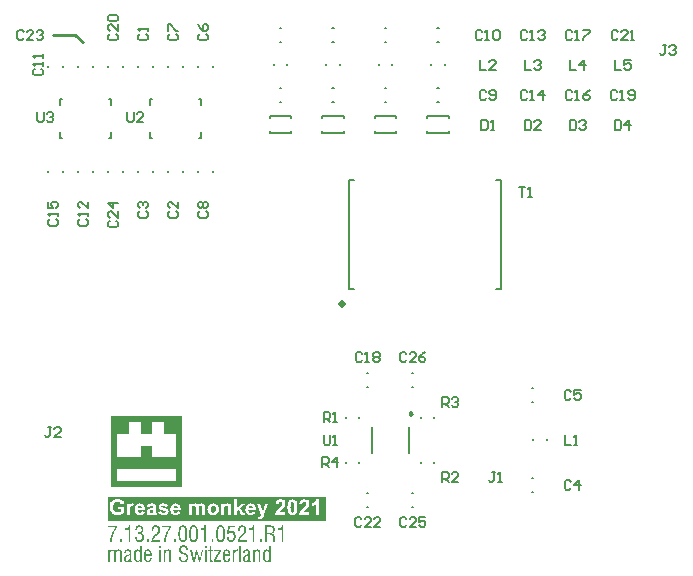
<source format=gto>
G04*
G04 #@! TF.GenerationSoftware,Altium Limited,Altium Designer,20.0.13 (296)*
G04*
G04 Layer_Color=65535*
%FSLAX25Y25*%
%MOIN*%
G70*
G01*
G75*
%ADD10C,0.00394*%
%ADD11C,0.01181*%
%ADD12C,0.00984*%
%ADD13C,0.01000*%
%ADD14C,0.00787*%
%ADD15C,0.00600*%
G36*
X58091Y31752D02*
X34468D01*
Y55374D01*
X58091D01*
Y31752D01*
D02*
G37*
G36*
X75765Y18351D02*
X73948D01*
X73753Y16729D01*
X73761Y16736D01*
X73768Y16758D01*
X73790Y16794D01*
X73818Y16830D01*
X73862Y16880D01*
X73912Y16924D01*
X73977Y16974D01*
X74056Y17017D01*
X74071Y17025D01*
X74099Y17032D01*
X74150Y17053D01*
X74215Y17075D01*
X74294Y17089D01*
X74388Y17111D01*
X74489Y17118D01*
X74597Y17125D01*
X74655D01*
X74705Y17118D01*
X74756Y17111D01*
X74821Y17104D01*
X74958Y17068D01*
X75123Y17010D01*
X75203Y16974D01*
X75289Y16924D01*
X75368Y16873D01*
X75448Y16808D01*
X75527Y16736D01*
X75599Y16649D01*
X75606Y16642D01*
X75614Y16628D01*
X75635Y16599D01*
X75657Y16563D01*
X75686Y16513D01*
X75714Y16455D01*
X75751Y16390D01*
X75787Y16311D01*
X75823Y16224D01*
X75859Y16130D01*
X75888Y16022D01*
X75916Y15907D01*
X75938Y15784D01*
X75960Y15647D01*
X75967Y15510D01*
X75974Y15359D01*
Y15352D01*
Y15316D01*
Y15272D01*
X75967Y15208D01*
X75960Y15128D01*
X75953Y15042D01*
X75938Y14941D01*
X75924Y14840D01*
X75880Y14609D01*
X75808Y14371D01*
X75765Y14256D01*
X75707Y14141D01*
X75650Y14032D01*
X75578Y13931D01*
X75570Y13924D01*
X75563Y13910D01*
X75534Y13888D01*
X75506Y13852D01*
X75462Y13816D01*
X75419Y13773D01*
X75361Y13729D01*
X75296Y13679D01*
X75217Y13636D01*
X75138Y13585D01*
X75044Y13542D01*
X74950Y13506D01*
X74842Y13470D01*
X74727Y13448D01*
X74604Y13434D01*
X74474Y13427D01*
X74410D01*
X74366Y13434D01*
X74309Y13441D01*
X74244Y13448D01*
X74092Y13477D01*
X73927Y13520D01*
X73753Y13592D01*
X73667Y13636D01*
X73588Y13686D01*
X73508Y13751D01*
X73436Y13816D01*
X73429Y13823D01*
X73422Y13838D01*
X73400Y13859D01*
X73378Y13888D01*
X73350Y13931D01*
X73321Y13982D01*
X73292Y14040D01*
X73256Y14112D01*
X73220Y14184D01*
X73191Y14270D01*
X73162Y14364D01*
X73133Y14465D01*
X73112Y14580D01*
X73090Y14696D01*
X73083Y14825D01*
X73076Y14962D01*
X73667D01*
Y14919D01*
Y14912D01*
Y14897D01*
Y14876D01*
Y14840D01*
X73681Y14761D01*
X73696Y14660D01*
X73717Y14544D01*
X73753Y14422D01*
X73804Y14306D01*
X73876Y14205D01*
X73883Y14198D01*
X73912Y14169D01*
X73962Y14126D01*
X74027Y14083D01*
X74114Y14040D01*
X74215Y13996D01*
X74330Y13967D01*
X74467Y13960D01*
X74511D01*
X74539Y13967D01*
X74611Y13982D01*
X74705Y14004D01*
X74813Y14047D01*
X74922Y14104D01*
X75022Y14191D01*
X75073Y14241D01*
X75116Y14299D01*
Y14306D01*
X75123Y14313D01*
X75138Y14335D01*
X75152Y14364D01*
X75167Y14400D01*
X75188Y14443D01*
X75210Y14494D01*
X75231Y14551D01*
X75253Y14616D01*
X75275Y14688D01*
X75296Y14768D01*
X75311Y14854D01*
X75325Y14948D01*
X75340Y15056D01*
X75347Y15280D01*
Y15287D01*
Y15308D01*
Y15345D01*
Y15388D01*
X75340Y15438D01*
X75332Y15503D01*
X75318Y15647D01*
X75289Y15806D01*
X75253Y15965D01*
X75195Y16116D01*
X75159Y16188D01*
X75123Y16253D01*
Y16260D01*
X75116Y16267D01*
X75080Y16304D01*
X75030Y16354D01*
X74958Y16419D01*
X74864Y16477D01*
X74748Y16527D01*
X74611Y16563D01*
X74532Y16577D01*
X74402D01*
X74352Y16570D01*
X74287Y16563D01*
X74208Y16541D01*
X74121Y16520D01*
X74042Y16484D01*
X73962Y16441D01*
X73955Y16433D01*
X73934Y16419D01*
X73898Y16390D01*
X73854Y16347D01*
X73811Y16296D01*
X73768Y16231D01*
X73725Y16159D01*
X73689Y16073D01*
X73184Y16109D01*
X73479Y18899D01*
X75765D01*
Y18351D01*
D02*
G37*
G36*
X43983Y18986D02*
X44034Y18978D01*
X44099Y18971D01*
X44236Y18949D01*
X44401Y18906D01*
X44567Y18841D01*
X44647Y18798D01*
X44726Y18748D01*
X44805Y18690D01*
X44877Y18625D01*
X44885Y18618D01*
X44892Y18611D01*
X44913Y18589D01*
X44935Y18560D01*
X44964Y18524D01*
X44993Y18474D01*
X45029Y18423D01*
X45065Y18365D01*
X45094Y18293D01*
X45130Y18221D01*
X45187Y18048D01*
X45231Y17854D01*
X45238Y17745D01*
X45245Y17630D01*
Y17623D01*
Y17608D01*
Y17580D01*
Y17551D01*
X45238Y17507D01*
Y17457D01*
X45216Y17342D01*
X45195Y17212D01*
X45159Y17068D01*
X45108Y16931D01*
X45036Y16801D01*
X45029Y16786D01*
X45000Y16750D01*
X44949Y16693D01*
X44885Y16628D01*
X44805Y16563D01*
X44712Y16498D01*
X44596Y16448D01*
X44474Y16412D01*
X44481D01*
X44495Y16404D01*
X44517D01*
X44553Y16390D01*
X44639Y16368D01*
X44740Y16325D01*
X44856Y16275D01*
X44971Y16203D01*
X45087Y16109D01*
X45180Y15993D01*
X45187Y15979D01*
X45202Y15957D01*
X45216Y15936D01*
X45238Y15900D01*
X45252Y15864D01*
X45303Y15755D01*
X45346Y15626D01*
X45382Y15474D01*
X45411Y15294D01*
X45418Y15085D01*
Y15078D01*
Y15049D01*
Y15006D01*
X45411Y14955D01*
X45404Y14890D01*
X45397Y14811D01*
X45382Y14725D01*
X45368Y14638D01*
X45317Y14436D01*
X45245Y14234D01*
X45202Y14133D01*
X45151Y14040D01*
X45087Y13946D01*
X45014Y13859D01*
X45007Y13852D01*
X44993Y13838D01*
X44971Y13816D01*
X44942Y13794D01*
X44899Y13758D01*
X44848Y13722D01*
X44791Y13686D01*
X44726Y13643D01*
X44647Y13600D01*
X44560Y13564D01*
X44474Y13528D01*
X44373Y13492D01*
X44265Y13470D01*
X44142Y13448D01*
X44019Y13434D01*
X43890Y13427D01*
X43825D01*
X43774Y13434D01*
X43717Y13441D01*
X43652Y13448D01*
X43572Y13463D01*
X43493Y13477D01*
X43320Y13528D01*
X43233Y13564D01*
X43147Y13607D01*
X43060Y13657D01*
X42974Y13715D01*
X42895Y13780D01*
X42823Y13852D01*
X42815Y13859D01*
X42808Y13874D01*
X42786Y13895D01*
X42765Y13931D01*
X42736Y13975D01*
X42707Y14032D01*
X42678Y14097D01*
X42642Y14169D01*
X42606Y14256D01*
X42577Y14349D01*
X42549Y14450D01*
X42520Y14559D01*
X42498Y14681D01*
X42476Y14811D01*
X42469Y14948D01*
X42462Y15099D01*
Y15157D01*
X43060D01*
Y15063D01*
Y15056D01*
Y15042D01*
Y15013D01*
Y14970D01*
X43068Y14926D01*
X43075Y14869D01*
X43089Y14746D01*
X43111Y14609D01*
X43147Y14472D01*
X43197Y14342D01*
X43262Y14227D01*
X43270Y14213D01*
X43298Y14184D01*
X43349Y14141D01*
X43414Y14090D01*
X43500Y14040D01*
X43608Y13996D01*
X43738Y13967D01*
X43882Y13953D01*
X43926D01*
X43955Y13960D01*
X44034Y13967D01*
X44135Y13989D01*
X44243Y14018D01*
X44358Y14068D01*
X44466Y14133D01*
X44560Y14227D01*
X44567Y14241D01*
X44596Y14277D01*
X44632Y14342D01*
X44675Y14436D01*
X44719Y14551D01*
X44755Y14696D01*
X44784Y14862D01*
X44791Y15049D01*
Y15056D01*
Y15071D01*
Y15099D01*
X44784Y15135D01*
Y15186D01*
X44776Y15236D01*
X44755Y15359D01*
X44726Y15489D01*
X44675Y15619D01*
X44611Y15748D01*
X44524Y15856D01*
X44510Y15871D01*
X44474Y15900D01*
X44416Y15936D01*
X44329Y15986D01*
X44214Y16037D01*
X44077Y16073D01*
X43911Y16102D01*
X43717Y16116D01*
X43630D01*
X43594Y16109D01*
X43529D01*
Y16606D01*
X43702D01*
X43738Y16613D01*
X43782D01*
X43832Y16621D01*
X43940Y16635D01*
X44063Y16664D01*
X44192Y16707D01*
X44308Y16758D01*
X44409Y16837D01*
X44416Y16851D01*
X44445Y16880D01*
X44481Y16938D01*
X44531Y17017D01*
X44575Y17118D01*
X44611Y17241D01*
X44639Y17392D01*
X44647Y17565D01*
Y17572D01*
Y17587D01*
Y17608D01*
Y17637D01*
X44639Y17709D01*
X44618Y17810D01*
X44596Y17911D01*
X44560Y18027D01*
X44510Y18135D01*
X44438Y18228D01*
X44430Y18236D01*
X44401Y18265D01*
X44351Y18308D01*
X44293Y18351D01*
X44207Y18394D01*
X44106Y18438D01*
X43991Y18466D01*
X43861Y18474D01*
X43846D01*
X43803Y18466D01*
X43738Y18459D01*
X43659Y18445D01*
X43572Y18409D01*
X43479Y18365D01*
X43392Y18308D01*
X43313Y18221D01*
X43306Y18207D01*
X43284Y18171D01*
X43255Y18113D01*
X43226Y18034D01*
X43190Y17926D01*
X43161Y17796D01*
X43140Y17645D01*
X43133Y17464D01*
Y17385D01*
X42556D01*
Y17457D01*
Y17464D01*
Y17486D01*
Y17529D01*
X42563Y17580D01*
X42570Y17637D01*
X42577Y17709D01*
X42585Y17782D01*
X42599Y17868D01*
X42642Y18048D01*
X42707Y18236D01*
X42743Y18329D01*
X42794Y18416D01*
X42844Y18503D01*
X42909Y18582D01*
X42916Y18589D01*
X42924Y18596D01*
X42945Y18618D01*
X42974Y18647D01*
X43010Y18676D01*
X43053Y18712D01*
X43104Y18748D01*
X43161Y18791D01*
X43298Y18863D01*
X43464Y18928D01*
X43558Y18957D01*
X43659Y18978D01*
X43767Y18986D01*
X43875Y18993D01*
X43933D01*
X43983Y18986D01*
D02*
G37*
G36*
X91858Y13535D02*
X91274D01*
Y17529D01*
X90120D01*
Y17991D01*
X90243D01*
X90279Y17998D01*
X90329D01*
X90387Y18005D01*
X90517Y18020D01*
X90654Y18048D01*
X90798Y18092D01*
X90935Y18156D01*
X91057Y18236D01*
X91072Y18250D01*
X91108Y18279D01*
X91151Y18344D01*
X91209Y18423D01*
X91267Y18531D01*
X91317Y18661D01*
X91360Y18820D01*
X91382Y19000D01*
X91858D01*
Y13535D01*
D02*
G37*
G36*
X87496Y18957D02*
X87568D01*
X87647Y18949D01*
X87734Y18935D01*
X87835Y18921D01*
X88036Y18877D01*
X88245Y18820D01*
X88440Y18733D01*
X88534Y18676D01*
X88613Y18618D01*
X88621Y18611D01*
X88628Y18604D01*
X88649Y18582D01*
X88678Y18553D01*
X88707Y18517D01*
X88743Y18474D01*
X88779Y18416D01*
X88822Y18358D01*
X88858Y18286D01*
X88894Y18214D01*
X88930Y18128D01*
X88959Y18034D01*
X88988Y17926D01*
X89010Y17818D01*
X89017Y17702D01*
X89024Y17572D01*
Y17565D01*
Y17551D01*
Y17522D01*
X89017Y17479D01*
Y17435D01*
X89010Y17385D01*
X88995Y17255D01*
X88959Y17118D01*
X88916Y16974D01*
X88858Y16823D01*
X88772Y16693D01*
X88757Y16678D01*
X88729Y16642D01*
X88671Y16585D01*
X88584Y16513D01*
X88476Y16441D01*
X88346Y16361D01*
X88195Y16296D01*
X88015Y16239D01*
X88036D01*
X88058Y16231D01*
X88087D01*
X88166Y16217D01*
X88267Y16188D01*
X88375Y16152D01*
X88484Y16102D01*
X88592Y16037D01*
X88685Y15950D01*
X88693Y15936D01*
X88721Y15900D01*
X88765Y15842D01*
X88808Y15755D01*
X88858Y15647D01*
X88902Y15510D01*
X88938Y15352D01*
X88967Y15164D01*
Y15157D01*
Y15128D01*
X88974Y15085D01*
Y15020D01*
X88981Y14941D01*
X88988Y14847D01*
X88995Y14739D01*
X89003Y14616D01*
Y14609D01*
Y14580D01*
X89010Y14530D01*
X89017Y14472D01*
X89024Y14400D01*
X89031Y14321D01*
X89060Y14148D01*
X89096Y13960D01*
X89147Y13780D01*
X89176Y13708D01*
X89212Y13636D01*
X89248Y13578D01*
X89291Y13535D01*
X88541D01*
X88534Y13542D01*
X88520Y13571D01*
X88505Y13629D01*
X88491Y13665D01*
X88484Y13715D01*
X88469Y13766D01*
X88455Y13830D01*
X88440Y13903D01*
X88433Y13982D01*
X88419Y14076D01*
X88411Y14176D01*
X88404Y14292D01*
X88397Y14414D01*
Y14422D01*
Y14429D01*
Y14472D01*
X88390Y14537D01*
X88383Y14616D01*
X88375Y14703D01*
Y14797D01*
X88368Y14890D01*
X88361Y14970D01*
Y14977D01*
Y14991D01*
X88354Y15020D01*
X88346Y15063D01*
X88339Y15107D01*
X88332Y15157D01*
X88303Y15280D01*
X88267Y15402D01*
X88217Y15532D01*
X88152Y15647D01*
X88108Y15698D01*
X88065Y15741D01*
X88051Y15748D01*
X88022Y15777D01*
X87957Y15806D01*
X87914Y15828D01*
X87871Y15849D01*
X87813Y15864D01*
X87748Y15885D01*
X87676Y15900D01*
X87597Y15921D01*
X87510Y15929D01*
X87416Y15943D01*
X87315Y15950D01*
X86436D01*
Y13535D01*
X85845D01*
Y18964D01*
X87438D01*
X87496Y18957D01*
D02*
G37*
G36*
X84777Y13535D02*
X84136D01*
Y14277D01*
X84777D01*
Y13535D01*
D02*
G37*
G36*
X82240D02*
X81656D01*
Y17529D01*
X80502D01*
Y17991D01*
X80625D01*
X80661Y17998D01*
X80711D01*
X80769Y18005D01*
X80898Y18020D01*
X81036Y18048D01*
X81180Y18092D01*
X81317Y18156D01*
X81439Y18236D01*
X81454Y18250D01*
X81490Y18279D01*
X81533Y18344D01*
X81591Y18423D01*
X81648Y18531D01*
X81699Y18661D01*
X81742Y18820D01*
X81764Y19000D01*
X82240D01*
Y13535D01*
D02*
G37*
G36*
X78267Y18993D02*
X78325Y18986D01*
X78390Y18978D01*
X78534Y18949D01*
X78699Y18906D01*
X78873Y18834D01*
X78959Y18791D01*
X79038Y18741D01*
X79118Y18683D01*
X79190Y18611D01*
X79197Y18604D01*
X79204Y18596D01*
X79226Y18567D01*
X79247Y18539D01*
X79276Y18503D01*
X79305Y18452D01*
X79341Y18394D01*
X79377Y18329D01*
X79413Y18257D01*
X79449Y18171D01*
X79478Y18084D01*
X79507Y17991D01*
X79529Y17883D01*
X79550Y17767D01*
X79558Y17652D01*
X79565Y17522D01*
Y17515D01*
Y17507D01*
Y17464D01*
X79558Y17392D01*
Y17306D01*
X79543Y17212D01*
X79529Y17104D01*
X79514Y16996D01*
X79485Y16895D01*
Y16880D01*
X79471Y16851D01*
X79457Y16801D01*
X79428Y16729D01*
X79399Y16657D01*
X79356Y16570D01*
X79312Y16484D01*
X79255Y16390D01*
X79247Y16376D01*
X79219Y16347D01*
X79175Y16289D01*
X79110Y16210D01*
X79009Y16116D01*
X78952Y16058D01*
X78887Y16001D01*
X78815Y15929D01*
X78736Y15864D01*
X78649Y15784D01*
X78548Y15705D01*
X78541Y15698D01*
X78526Y15691D01*
X78498Y15669D01*
X78469Y15640D01*
X78404Y15590D01*
X78339Y15532D01*
X78332Y15525D01*
X78317Y15510D01*
X78289Y15489D01*
X78253Y15453D01*
X78202Y15417D01*
X78152Y15373D01*
X78036Y15265D01*
X77906Y15143D01*
X77777Y15006D01*
X77654Y14876D01*
X77604Y14811D01*
X77553Y14746D01*
X77546Y14732D01*
X77517Y14688D01*
X77481Y14624D01*
X77438Y14537D01*
X77394Y14443D01*
X77358Y14328D01*
X77330Y14213D01*
X77315Y14090D01*
X79608D01*
Y13535D01*
X76710D01*
Y13542D01*
Y13556D01*
Y13578D01*
Y13607D01*
Y13614D01*
Y13643D01*
Y13679D01*
Y13737D01*
Y13744D01*
Y13758D01*
Y13787D01*
X76717Y13830D01*
Y13874D01*
X76724Y13931D01*
X76731Y13996D01*
X76738Y14061D01*
X76767Y14213D01*
X76810Y14386D01*
X76861Y14559D01*
X76940Y14739D01*
Y14746D01*
X76955Y14761D01*
X76962Y14782D01*
X76983Y14818D01*
X77005Y14862D01*
X77041Y14912D01*
X77113Y15027D01*
X77214Y15164D01*
X77337Y15316D01*
X77488Y15474D01*
X77654Y15633D01*
X77661Y15640D01*
X77668Y15647D01*
X77690Y15669D01*
X77726Y15698D01*
X77762Y15727D01*
X77805Y15770D01*
X77863Y15820D01*
X77921Y15871D01*
X77928Y15878D01*
X77942Y15892D01*
X77971Y15914D01*
X78007Y15950D01*
X78051Y15993D01*
X78101Y16037D01*
X78216Y16145D01*
X78339Y16253D01*
X78462Y16368D01*
X78570Y16477D01*
X78613Y16520D01*
X78649Y16563D01*
X78656Y16570D01*
X78671Y16592D01*
X78699Y16628D01*
X78736Y16678D01*
X78772Y16736D01*
X78808Y16801D01*
X78837Y16880D01*
X78865Y16960D01*
Y16967D01*
X78880Y17003D01*
X78887Y17046D01*
X78901Y17111D01*
X78916Y17183D01*
X78923Y17277D01*
X78937Y17378D01*
Y17486D01*
Y17493D01*
Y17507D01*
Y17529D01*
Y17565D01*
X78930Y17645D01*
X78909Y17753D01*
X78887Y17868D01*
X78851Y17991D01*
X78800Y18106D01*
X78728Y18207D01*
X78721Y18221D01*
X78692Y18250D01*
X78642Y18286D01*
X78577Y18337D01*
X78490Y18380D01*
X78390Y18423D01*
X78267Y18452D01*
X78130Y18459D01*
X78094D01*
X78065Y18452D01*
X77993Y18445D01*
X77906Y18423D01*
X77813Y18394D01*
X77712Y18344D01*
X77618Y18272D01*
X77539Y18178D01*
X77531Y18164D01*
X77510Y18128D01*
X77474Y18063D01*
X77445Y17969D01*
X77409Y17846D01*
X77373Y17702D01*
X77351Y17529D01*
X77344Y17334D01*
Y17327D01*
Y17313D01*
Y17277D01*
Y17270D01*
X77351Y17241D01*
Y17205D01*
Y17162D01*
X76767D01*
Y17169D01*
Y17183D01*
Y17212D01*
X76760Y17255D01*
Y17270D01*
Y17291D01*
Y17320D01*
Y17349D01*
Y17356D01*
Y17385D01*
Y17428D01*
X76767Y17479D01*
X76774Y17544D01*
X76782Y17623D01*
X76789Y17709D01*
X76803Y17796D01*
X76846Y17998D01*
X76911Y18200D01*
X76955Y18301D01*
X77005Y18394D01*
X77056Y18481D01*
X77121Y18567D01*
X77128Y18575D01*
X77135Y18589D01*
X77157Y18611D01*
X77185Y18632D01*
X77229Y18668D01*
X77272Y18704D01*
X77330Y18741D01*
X77387Y18784D01*
X77459Y18827D01*
X77539Y18863D01*
X77618Y18899D01*
X77712Y18935D01*
X77813Y18957D01*
X77921Y18978D01*
X78036Y18993D01*
X78159Y19000D01*
X78224D01*
X78267Y18993D01*
D02*
G37*
G36*
X68584Y13535D02*
X67942D01*
Y14277D01*
X68584D01*
Y13535D01*
D02*
G37*
G36*
X66046D02*
X65462D01*
Y17529D01*
X64308D01*
Y17991D01*
X64431D01*
X64467Y17998D01*
X64517D01*
X64575Y18005D01*
X64705Y18020D01*
X64842Y18048D01*
X64986Y18092D01*
X65123Y18156D01*
X65246Y18236D01*
X65260Y18250D01*
X65296Y18279D01*
X65339Y18344D01*
X65397Y18423D01*
X65455Y18531D01*
X65505Y18661D01*
X65548Y18820D01*
X65570Y19000D01*
X66046D01*
Y13535D01*
D02*
G37*
G36*
X55988Y13535D02*
X55346D01*
Y14277D01*
X55988D01*
Y13535D01*
D02*
G37*
G36*
X54445Y18373D02*
X54438Y18358D01*
X54409Y18329D01*
X54373Y18272D01*
X54315Y18192D01*
X54250Y18091D01*
X54171Y17976D01*
X54092Y17846D01*
X53998Y17702D01*
X53897Y17536D01*
X53796Y17363D01*
X53695Y17176D01*
X53594Y16974D01*
X53493Y16772D01*
X53392Y16556D01*
X53299Y16332D01*
X53212Y16102D01*
X53205Y16087D01*
X53190Y16044D01*
X53169Y15979D01*
X53140Y15892D01*
X53111Y15777D01*
X53068Y15640D01*
X53025Y15489D01*
X52981Y15323D01*
X52938Y15135D01*
X52895Y14934D01*
X52852Y14725D01*
X52808Y14501D01*
X52772Y14270D01*
X52736Y14032D01*
X52715Y13787D01*
X52693Y13535D01*
X52015D01*
Y13542D01*
Y13549D01*
X52022Y13571D01*
Y13600D01*
X52037Y13672D01*
X52051Y13766D01*
X52066Y13888D01*
X52095Y14032D01*
X52123Y14191D01*
X52160Y14371D01*
X52196Y14559D01*
X52246Y14761D01*
X52297Y14977D01*
X52354Y15193D01*
X52491Y15640D01*
X52570Y15871D01*
X52657Y16094D01*
X52664Y16109D01*
X52679Y16145D01*
X52707Y16210D01*
X52744Y16296D01*
X52794Y16404D01*
X52852Y16527D01*
X52917Y16664D01*
X52996Y16815D01*
X53082Y16981D01*
X53176Y17154D01*
X53277Y17342D01*
X53392Y17529D01*
X53508Y17724D01*
X53637Y17919D01*
X53774Y18113D01*
X53919Y18308D01*
X51496D01*
Y18899D01*
X54445D01*
Y18373D01*
D02*
G37*
G36*
X49477Y18993D02*
X49535Y18986D01*
X49600Y18978D01*
X49744Y18949D01*
X49910Y18906D01*
X50083Y18834D01*
X50169Y18791D01*
X50249Y18740D01*
X50328Y18683D01*
X50400Y18611D01*
X50407Y18604D01*
X50415Y18596D01*
X50436Y18567D01*
X50458Y18539D01*
X50487Y18503D01*
X50516Y18452D01*
X50552Y18394D01*
X50588Y18329D01*
X50624Y18257D01*
X50660Y18171D01*
X50689Y18084D01*
X50718Y17991D01*
X50739Y17883D01*
X50761Y17767D01*
X50768Y17652D01*
X50775Y17522D01*
Y17515D01*
Y17507D01*
Y17464D01*
X50768Y17392D01*
Y17306D01*
X50753Y17212D01*
X50739Y17104D01*
X50725Y16996D01*
X50696Y16895D01*
Y16880D01*
X50681Y16851D01*
X50667Y16801D01*
X50638Y16729D01*
X50609Y16657D01*
X50566Y16570D01*
X50523Y16484D01*
X50465Y16390D01*
X50458Y16376D01*
X50429Y16347D01*
X50386Y16289D01*
X50321Y16210D01*
X50220Y16116D01*
X50162Y16058D01*
X50097Y16001D01*
X50025Y15928D01*
X49946Y15864D01*
X49859Y15784D01*
X49759Y15705D01*
X49751Y15698D01*
X49737Y15691D01*
X49708Y15669D01*
X49679Y15640D01*
X49614Y15590D01*
X49549Y15532D01*
X49542Y15525D01*
X49528Y15510D01*
X49499Y15489D01*
X49463Y15453D01*
X49413Y15417D01*
X49362Y15373D01*
X49247Y15265D01*
X49117Y15143D01*
X48987Y15006D01*
X48864Y14876D01*
X48814Y14811D01*
X48764Y14746D01*
X48756Y14732D01*
X48728Y14688D01*
X48691Y14624D01*
X48648Y14537D01*
X48605Y14443D01*
X48569Y14328D01*
X48540Y14213D01*
X48526Y14090D01*
X50818D01*
Y13535D01*
X47920D01*
Y13542D01*
Y13556D01*
Y13578D01*
Y13607D01*
Y13614D01*
Y13643D01*
Y13679D01*
Y13737D01*
Y13744D01*
Y13758D01*
Y13787D01*
X47927Y13830D01*
Y13874D01*
X47934Y13931D01*
X47942Y13996D01*
X47949Y14061D01*
X47978Y14213D01*
X48021Y14386D01*
X48071Y14559D01*
X48151Y14739D01*
Y14746D01*
X48165Y14761D01*
X48172Y14782D01*
X48194Y14818D01*
X48216Y14862D01*
X48252Y14912D01*
X48324Y15027D01*
X48425Y15164D01*
X48547Y15316D01*
X48699Y15474D01*
X48864Y15633D01*
X48872Y15640D01*
X48879Y15647D01*
X48901Y15669D01*
X48937Y15698D01*
X48973Y15727D01*
X49016Y15770D01*
X49074Y15820D01*
X49131Y15871D01*
X49139Y15878D01*
X49153Y15892D01*
X49182Y15914D01*
X49218Y15950D01*
X49261Y15993D01*
X49312Y16037D01*
X49427Y16145D01*
X49549Y16253D01*
X49672Y16368D01*
X49780Y16477D01*
X49823Y16520D01*
X49859Y16563D01*
X49867Y16570D01*
X49881Y16592D01*
X49910Y16628D01*
X49946Y16678D01*
X49982Y16736D01*
X50018Y16801D01*
X50047Y16880D01*
X50076Y16960D01*
Y16967D01*
X50090Y17003D01*
X50097Y17046D01*
X50112Y17111D01*
X50126Y17183D01*
X50134Y17277D01*
X50148Y17378D01*
Y17486D01*
Y17493D01*
Y17507D01*
Y17529D01*
Y17565D01*
X50141Y17645D01*
X50119Y17753D01*
X50097Y17868D01*
X50061Y17991D01*
X50011Y18106D01*
X49939Y18207D01*
X49932Y18221D01*
X49903Y18250D01*
X49852Y18286D01*
X49787Y18337D01*
X49701Y18380D01*
X49600Y18423D01*
X49477Y18452D01*
X49340Y18459D01*
X49304D01*
X49275Y18452D01*
X49203Y18445D01*
X49117Y18423D01*
X49023Y18394D01*
X48922Y18344D01*
X48829Y18272D01*
X48749Y18178D01*
X48742Y18164D01*
X48720Y18128D01*
X48684Y18063D01*
X48655Y17969D01*
X48619Y17846D01*
X48583Y17702D01*
X48562Y17529D01*
X48555Y17334D01*
Y17327D01*
Y17313D01*
Y17277D01*
Y17270D01*
X48562Y17241D01*
Y17205D01*
Y17161D01*
X47978D01*
Y17169D01*
Y17183D01*
Y17212D01*
X47971Y17255D01*
Y17270D01*
Y17291D01*
Y17320D01*
Y17349D01*
Y17356D01*
Y17385D01*
Y17428D01*
X47978Y17479D01*
X47985Y17544D01*
X47992Y17623D01*
X47999Y17709D01*
X48014Y17796D01*
X48057Y17998D01*
X48122Y18200D01*
X48165Y18301D01*
X48216Y18394D01*
X48266Y18481D01*
X48331Y18567D01*
X48338Y18575D01*
X48345Y18589D01*
X48367Y18611D01*
X48396Y18632D01*
X48439Y18668D01*
X48482Y18704D01*
X48540Y18740D01*
X48598Y18784D01*
X48670Y18827D01*
X48749Y18863D01*
X48829Y18899D01*
X48922Y18935D01*
X49023Y18957D01*
X49131Y18978D01*
X49247Y18993D01*
X49369Y19000D01*
X49434D01*
X49477Y18993D01*
D02*
G37*
G36*
X46990Y13535D02*
X46348D01*
Y14277D01*
X46990D01*
Y13535D01*
D02*
G37*
G36*
X40854D02*
X40270D01*
Y17529D01*
X39117D01*
Y17991D01*
X39239D01*
X39275Y17998D01*
X39326D01*
X39383Y18005D01*
X39513Y18019D01*
X39650Y18048D01*
X39794Y18091D01*
X39931Y18156D01*
X40054Y18236D01*
X40068Y18250D01*
X40104Y18279D01*
X40148Y18344D01*
X40205Y18423D01*
X40263Y18531D01*
X40314Y18661D01*
X40357Y18820D01*
X40378Y19000D01*
X40854D01*
Y13535D01*
D02*
G37*
G36*
X37992D02*
X37350D01*
Y14277D01*
X37992D01*
Y13535D01*
D02*
G37*
G36*
X36449Y18373D02*
X36442Y18358D01*
X36413Y18329D01*
X36377Y18272D01*
X36319Y18192D01*
X36254Y18091D01*
X36175Y17976D01*
X36096Y17846D01*
X36002Y17702D01*
X35901Y17536D01*
X35800Y17363D01*
X35699Y17176D01*
X35598Y16974D01*
X35497Y16772D01*
X35396Y16556D01*
X35302Y16332D01*
X35216Y16102D01*
X35209Y16087D01*
X35194Y16044D01*
X35173Y15979D01*
X35144Y15892D01*
X35115Y15777D01*
X35072Y15640D01*
X35028Y15489D01*
X34985Y15323D01*
X34942Y15135D01*
X34899Y14934D01*
X34855Y14725D01*
X34812Y14501D01*
X34776Y14270D01*
X34740Y14032D01*
X34718Y13787D01*
X34697Y13535D01*
X34019D01*
Y13542D01*
Y13549D01*
X34026Y13571D01*
Y13600D01*
X34041Y13672D01*
X34055Y13766D01*
X34070Y13888D01*
X34098Y14032D01*
X34127Y14191D01*
X34163Y14371D01*
X34199Y14559D01*
X34250Y14761D01*
X34300Y14977D01*
X34358Y15193D01*
X34495Y15640D01*
X34574Y15871D01*
X34661Y16094D01*
X34668Y16109D01*
X34682Y16145D01*
X34711Y16210D01*
X34747Y16296D01*
X34798Y16404D01*
X34855Y16527D01*
X34920Y16664D01*
X35000Y16815D01*
X35086Y16981D01*
X35180Y17154D01*
X35281Y17342D01*
X35396Y17529D01*
X35512Y17724D01*
X35641Y17919D01*
X35778Y18113D01*
X35923Y18308D01*
X33500D01*
Y18899D01*
X36449D01*
Y18373D01*
D02*
G37*
G36*
X71100Y18986D02*
X71194Y18971D01*
X71302Y18949D01*
X71417Y18914D01*
X71533Y18870D01*
X71641Y18812D01*
X71655Y18805D01*
X71691Y18784D01*
X71742Y18741D01*
X71814Y18683D01*
X71886Y18604D01*
X71973Y18517D01*
X72052Y18409D01*
X72131Y18279D01*
X72138Y18265D01*
X72160Y18228D01*
X72189Y18164D01*
X72218Y18077D01*
X72261Y17969D01*
X72297Y17839D01*
X72333Y17688D01*
X72362Y17522D01*
Y17515D01*
Y17500D01*
X72369Y17471D01*
X72376Y17435D01*
Y17385D01*
X72383Y17327D01*
X72391Y17262D01*
X72398Y17183D01*
X72405Y17097D01*
X72412Y16996D01*
X72420Y16887D01*
Y16772D01*
X72427Y16642D01*
X72434Y16505D01*
Y16361D01*
Y16210D01*
Y16203D01*
Y16195D01*
Y16174D01*
Y16145D01*
Y16066D01*
X72427Y15965D01*
Y15842D01*
X72420Y15698D01*
X72405Y15539D01*
X72391Y15373D01*
X72376Y15200D01*
X72355Y15020D01*
X72290Y14667D01*
X72254Y14494D01*
X72211Y14335D01*
X72153Y14191D01*
X72095Y14061D01*
X72088Y14054D01*
X72081Y14032D01*
X72059Y14004D01*
X72030Y13960D01*
X71994Y13917D01*
X71951Y13859D01*
X71893Y13802D01*
X71836Y13744D01*
X71763Y13686D01*
X71677Y13629D01*
X71590Y13571D01*
X71490Y13528D01*
X71374Y13484D01*
X71259Y13455D01*
X71129Y13434D01*
X70985Y13427D01*
X70949D01*
X70906Y13434D01*
X70855D01*
X70790Y13448D01*
X70711Y13463D01*
X70631Y13477D01*
X70538Y13506D01*
X70444Y13535D01*
X70350Y13578D01*
X70257Y13629D01*
X70163Y13686D01*
X70069Y13758D01*
X69983Y13845D01*
X69911Y13939D01*
X69838Y14047D01*
Y14054D01*
X69824Y14076D01*
X69810Y14112D01*
X69788Y14169D01*
X69759Y14241D01*
X69730Y14328D01*
X69701Y14429D01*
X69673Y14551D01*
X69636Y14696D01*
X69608Y14854D01*
X69579Y15027D01*
X69550Y15229D01*
X69528Y15446D01*
X69514Y15683D01*
X69507Y15936D01*
X69499Y16217D01*
Y16224D01*
Y16231D01*
Y16253D01*
Y16282D01*
Y16361D01*
X69507Y16469D01*
Y16592D01*
X69514Y16736D01*
X69528Y16887D01*
X69543Y17061D01*
X69557Y17234D01*
X69579Y17414D01*
X69636Y17767D01*
X69680Y17940D01*
X69723Y18099D01*
X69774Y18243D01*
X69831Y18365D01*
X69838Y18373D01*
X69846Y18394D01*
X69867Y18423D01*
X69896Y18466D01*
X69932Y18510D01*
X69983Y18567D01*
X70033Y18618D01*
X70098Y18683D01*
X70170Y18741D01*
X70257Y18798D01*
X70350Y18849D01*
X70451Y18892D01*
X70567Y18935D01*
X70689Y18964D01*
X70819Y18986D01*
X70963Y18993D01*
X71028D01*
X71100Y18986D01*
D02*
G37*
G36*
X62102D02*
X62196Y18971D01*
X62304Y18949D01*
X62419Y18914D01*
X62535Y18870D01*
X62643Y18812D01*
X62657Y18805D01*
X62693Y18784D01*
X62744Y18741D01*
X62816Y18683D01*
X62888Y18604D01*
X62975Y18517D01*
X63054Y18409D01*
X63133Y18279D01*
X63140Y18265D01*
X63162Y18228D01*
X63191Y18164D01*
X63220Y18077D01*
X63263Y17969D01*
X63299Y17839D01*
X63335Y17688D01*
X63364Y17522D01*
Y17515D01*
Y17500D01*
X63371Y17471D01*
X63378Y17435D01*
Y17385D01*
X63385Y17327D01*
X63393Y17262D01*
X63400Y17183D01*
X63407Y17097D01*
X63414Y16996D01*
X63421Y16887D01*
Y16772D01*
X63429Y16642D01*
X63436Y16505D01*
Y16361D01*
Y16210D01*
Y16203D01*
Y16195D01*
Y16174D01*
Y16145D01*
Y16066D01*
X63429Y15965D01*
Y15842D01*
X63421Y15698D01*
X63407Y15539D01*
X63393Y15373D01*
X63378Y15200D01*
X63357Y15020D01*
X63292Y14667D01*
X63256Y14494D01*
X63212Y14335D01*
X63155Y14191D01*
X63097Y14061D01*
X63090Y14054D01*
X63083Y14032D01*
X63061Y14004D01*
X63032Y13960D01*
X62996Y13917D01*
X62953Y13859D01*
X62895Y13802D01*
X62837Y13744D01*
X62765Y13686D01*
X62679Y13629D01*
X62592Y13571D01*
X62491Y13528D01*
X62376Y13484D01*
X62261Y13455D01*
X62131Y13434D01*
X61987Y13427D01*
X61951D01*
X61907Y13434D01*
X61857D01*
X61792Y13448D01*
X61713Y13463D01*
X61633Y13477D01*
X61540Y13506D01*
X61446Y13535D01*
X61352Y13578D01*
X61259Y13629D01*
X61165Y13686D01*
X61071Y13758D01*
X60984Y13845D01*
X60912Y13939D01*
X60840Y14047D01*
Y14054D01*
X60826Y14076D01*
X60812Y14112D01*
X60790Y14169D01*
X60761Y14241D01*
X60732Y14328D01*
X60703Y14429D01*
X60675Y14551D01*
X60638Y14696D01*
X60610Y14854D01*
X60581Y15027D01*
X60552Y15229D01*
X60530Y15446D01*
X60516Y15683D01*
X60509Y15936D01*
X60501Y16217D01*
Y16224D01*
Y16231D01*
Y16253D01*
Y16282D01*
Y16361D01*
X60509Y16469D01*
Y16592D01*
X60516Y16736D01*
X60530Y16887D01*
X60545Y17061D01*
X60559Y17233D01*
X60581Y17414D01*
X60638Y17767D01*
X60682Y17940D01*
X60725Y18099D01*
X60775Y18243D01*
X60833Y18365D01*
X60840Y18373D01*
X60848Y18394D01*
X60869Y18423D01*
X60898Y18466D01*
X60934Y18510D01*
X60984Y18567D01*
X61035Y18618D01*
X61100Y18683D01*
X61172Y18741D01*
X61259Y18798D01*
X61352Y18849D01*
X61453Y18892D01*
X61568Y18935D01*
X61691Y18964D01*
X61821Y18986D01*
X61965Y18993D01*
X62030D01*
X62102Y18986D01*
D02*
G37*
G36*
X58504Y18986D02*
X58598Y18971D01*
X58706Y18949D01*
X58821Y18914D01*
X58937Y18870D01*
X59045Y18812D01*
X59060Y18805D01*
X59096Y18784D01*
X59146Y18740D01*
X59218Y18683D01*
X59290Y18604D01*
X59377Y18517D01*
X59456Y18409D01*
X59535Y18279D01*
X59543Y18265D01*
X59564Y18228D01*
X59593Y18164D01*
X59622Y18077D01*
X59665Y17969D01*
X59701Y17839D01*
X59737Y17688D01*
X59766Y17522D01*
Y17515D01*
Y17500D01*
X59773Y17471D01*
X59780Y17435D01*
Y17385D01*
X59788Y17327D01*
X59795Y17262D01*
X59802Y17183D01*
X59809Y17097D01*
X59816Y16996D01*
X59824Y16887D01*
Y16772D01*
X59831Y16642D01*
X59838Y16505D01*
Y16361D01*
Y16210D01*
Y16203D01*
Y16195D01*
Y16174D01*
Y16145D01*
Y16066D01*
X59831Y15965D01*
Y15842D01*
X59824Y15698D01*
X59809Y15539D01*
X59795Y15373D01*
X59780Y15200D01*
X59759Y15020D01*
X59694Y14667D01*
X59658Y14494D01*
X59615Y14335D01*
X59557Y14191D01*
X59499Y14061D01*
X59492Y14054D01*
X59485Y14032D01*
X59463Y14004D01*
X59434Y13960D01*
X59398Y13917D01*
X59355Y13859D01*
X59297Y13802D01*
X59240Y13744D01*
X59168Y13686D01*
X59081Y13629D01*
X58995Y13571D01*
X58894Y13528D01*
X58778Y13484D01*
X58663Y13455D01*
X58533Y13434D01*
X58389Y13427D01*
X58353D01*
X58310Y13434D01*
X58259D01*
X58194Y13448D01*
X58115Y13463D01*
X58036Y13477D01*
X57942Y13506D01*
X57848Y13535D01*
X57754Y13578D01*
X57661Y13629D01*
X57567Y13686D01*
X57473Y13758D01*
X57387Y13845D01*
X57315Y13939D01*
X57243Y14047D01*
Y14054D01*
X57228Y14076D01*
X57214Y14112D01*
X57192Y14169D01*
X57163Y14241D01*
X57134Y14328D01*
X57105Y14429D01*
X57077Y14551D01*
X57041Y14696D01*
X57012Y14854D01*
X56983Y15027D01*
X56954Y15229D01*
X56932Y15446D01*
X56918Y15683D01*
X56911Y15936D01*
X56904Y16217D01*
Y16224D01*
Y16231D01*
Y16253D01*
Y16282D01*
Y16361D01*
X56911Y16469D01*
Y16592D01*
X56918Y16736D01*
X56932Y16887D01*
X56947Y17061D01*
X56961Y17233D01*
X56983Y17414D01*
X57041Y17767D01*
X57084Y17940D01*
X57127Y18099D01*
X57178Y18243D01*
X57235Y18365D01*
X57243Y18373D01*
X57250Y18394D01*
X57271Y18423D01*
X57300Y18466D01*
X57336Y18510D01*
X57387Y18567D01*
X57437Y18618D01*
X57502Y18683D01*
X57574Y18740D01*
X57661Y18798D01*
X57754Y18849D01*
X57855Y18892D01*
X57971Y18935D01*
X58093Y18964D01*
X58223Y18986D01*
X58367Y18993D01*
X58432D01*
X58504Y18986D01*
D02*
G37*
G36*
X66392Y11476D02*
X65808D01*
Y12211D01*
X66392D01*
Y11476D01*
D02*
G37*
G36*
X51085Y11476D02*
X50501D01*
Y12211D01*
X51085D01*
Y11476D01*
D02*
G37*
G36*
X58735Y12334D02*
X58793Y12326D01*
X58858Y12319D01*
X59002Y12298D01*
X59168Y12247D01*
X59341Y12182D01*
X59427Y12139D01*
X59506Y12088D01*
X59586Y12031D01*
X59658Y11966D01*
X59665Y11959D01*
X59672Y11952D01*
X59694Y11930D01*
X59716Y11901D01*
X59744Y11858D01*
X59780Y11814D01*
X59816Y11764D01*
X59852Y11699D01*
X59881Y11634D01*
X59917Y11555D01*
X59953Y11476D01*
X59982Y11382D01*
X60026Y11180D01*
X60033Y11065D01*
X60040Y10949D01*
Y10942D01*
Y10935D01*
Y10913D01*
X60033Y10877D01*
Y10870D01*
Y10848D01*
Y10827D01*
Y10812D01*
X59478D01*
Y10863D01*
Y10870D01*
Y10884D01*
Y10906D01*
Y10942D01*
X59463Y11021D01*
X59449Y11122D01*
X59420Y11238D01*
X59384Y11353D01*
X59326Y11468D01*
X59247Y11569D01*
X59240Y11584D01*
X59204Y11613D01*
X59153Y11649D01*
X59088Y11699D01*
X58995Y11742D01*
X58886Y11786D01*
X58764Y11814D01*
X58620Y11822D01*
X58548D01*
X58475Y11807D01*
X58375Y11793D01*
X58266Y11764D01*
X58158Y11721D01*
X58050Y11663D01*
X57949Y11584D01*
X57942Y11577D01*
X57913Y11541D01*
X57877Y11490D01*
X57834Y11411D01*
X57783Y11324D01*
X57747Y11209D01*
X57718Y11079D01*
X57711Y10935D01*
Y10928D01*
Y10921D01*
Y10899D01*
Y10870D01*
X57718Y10805D01*
X57733Y10719D01*
X57747Y10625D01*
X57776Y10524D01*
X57819Y10430D01*
X57870Y10344D01*
X57877Y10336D01*
X57906Y10308D01*
X57949Y10264D01*
X58021Y10214D01*
X58072Y10185D01*
X58122Y10149D01*
X58180Y10113D01*
X58245Y10077D01*
X58324Y10041D01*
X58403Y10005D01*
X58497Y9962D01*
X58598Y9926D01*
X58612Y9918D01*
X58649Y9911D01*
X58706Y9889D01*
X58793Y9853D01*
X58800D01*
X58829Y9839D01*
X58872Y9825D01*
X58930Y9803D01*
X58995Y9774D01*
X59074Y9745D01*
X59240Y9673D01*
X59413Y9601D01*
X59579Y9522D01*
X59651Y9486D01*
X59716Y9450D01*
X59773Y9414D01*
X59809Y9385D01*
X59816Y9377D01*
X59845Y9349D01*
X59881Y9313D01*
X59925Y9255D01*
X59968Y9190D01*
X60018Y9111D01*
X60069Y9024D01*
X60105Y8930D01*
X60112Y8916D01*
X60119Y8880D01*
X60134Y8830D01*
X60155Y8750D01*
X60177Y8657D01*
X60191Y8548D01*
X60199Y8426D01*
X60206Y8289D01*
Y8282D01*
Y8253D01*
Y8217D01*
X60199Y8159D01*
X60191Y8094D01*
X60184Y8022D01*
X60170Y7936D01*
X60155Y7849D01*
X60098Y7654D01*
X60069Y7553D01*
X60026Y7452D01*
X59975Y7359D01*
X59917Y7258D01*
X59852Y7171D01*
X59773Y7085D01*
X59766Y7078D01*
X59752Y7063D01*
X59730Y7049D01*
X59694Y7020D01*
X59651Y6984D01*
X59600Y6948D01*
X59535Y6912D01*
X59463Y6876D01*
X59384Y6832D01*
X59297Y6796D01*
X59204Y6760D01*
X59096Y6724D01*
X58980Y6695D01*
X58858Y6681D01*
X58728Y6667D01*
X58591Y6659D01*
X58519D01*
X58468Y6667D01*
X58403Y6674D01*
X58331Y6681D01*
X58252Y6695D01*
X58165Y6710D01*
X57978Y6760D01*
X57884Y6796D01*
X57790Y6840D01*
X57697Y6883D01*
X57603Y6941D01*
X57524Y7005D01*
X57444Y7078D01*
X57437Y7085D01*
X57430Y7099D01*
X57408Y7121D01*
X57387Y7157D01*
X57358Y7200D01*
X57322Y7258D01*
X57286Y7323D01*
X57257Y7395D01*
X57221Y7474D01*
X57185Y7568D01*
X57149Y7669D01*
X57120Y7784D01*
X57098Y7907D01*
X57077Y8037D01*
X57069Y8174D01*
X57062Y8325D01*
Y8332D01*
Y8347D01*
Y8375D01*
Y8411D01*
Y8426D01*
Y8447D01*
Y8476D01*
Y8505D01*
X57646D01*
Y8310D01*
Y8303D01*
Y8289D01*
Y8260D01*
X57653Y8217D01*
Y8174D01*
X57661Y8123D01*
X57675Y8000D01*
X57711Y7863D01*
X57754Y7726D01*
X57812Y7589D01*
X57899Y7474D01*
X57913Y7460D01*
X57949Y7431D01*
X58007Y7388D01*
X58086Y7337D01*
X58194Y7279D01*
X58324Y7236D01*
X58475Y7207D01*
X58656Y7193D01*
X58699D01*
X58728Y7200D01*
X58814Y7207D01*
X58915Y7229D01*
X59023Y7258D01*
X59146Y7308D01*
X59254Y7373D01*
X59362Y7460D01*
X59377Y7474D01*
X59405Y7510D01*
X59442Y7575D01*
X59492Y7654D01*
X59543Y7762D01*
X59579Y7892D01*
X59607Y8044D01*
X59622Y8209D01*
Y8217D01*
Y8224D01*
Y8246D01*
Y8274D01*
X59615Y8339D01*
X59600Y8426D01*
X59586Y8519D01*
X59557Y8620D01*
X59514Y8714D01*
X59463Y8794D01*
X59456Y8801D01*
X59427Y8830D01*
X59384Y8873D01*
X59319Y8923D01*
X59218Y8988D01*
X59160Y9024D01*
X59096Y9060D01*
X59023Y9096D01*
X58944Y9132D01*
X58858Y9176D01*
X58757Y9212D01*
X58749D01*
X58735Y9219D01*
X58706Y9233D01*
X58663Y9248D01*
X58612Y9269D01*
X58548Y9291D01*
X58475Y9320D01*
X58389Y9349D01*
X58382D01*
X58360Y9356D01*
X58331Y9370D01*
X58288Y9385D01*
X58230Y9406D01*
X58173Y9428D01*
X58043Y9486D01*
X57906Y9543D01*
X57776Y9601D01*
X57718Y9630D01*
X57668Y9659D01*
X57625Y9688D01*
X57596Y9709D01*
X57589Y9716D01*
X57560Y9745D01*
X57516Y9788D01*
X57466Y9846D01*
X57408Y9911D01*
X57358Y9998D01*
X57300Y10084D01*
X57257Y10185D01*
X57250Y10199D01*
X57243Y10236D01*
X57221Y10293D01*
X57206Y10365D01*
X57185Y10459D01*
X57163Y10574D01*
X57156Y10697D01*
X57149Y10827D01*
Y10834D01*
Y10856D01*
Y10899D01*
X57156Y10942D01*
X57163Y11007D01*
X57170Y11072D01*
X57185Y11151D01*
X57199Y11231D01*
X57243Y11411D01*
X57315Y11598D01*
X57358Y11685D01*
X57408Y11778D01*
X57473Y11858D01*
X57538Y11937D01*
X57545Y11944D01*
X57560Y11952D01*
X57581Y11973D01*
X57610Y12002D01*
X57653Y12031D01*
X57697Y12067D01*
X57754Y12103D01*
X57819Y12139D01*
X57891Y12175D01*
X57978Y12211D01*
X58065Y12247D01*
X58165Y12276D01*
X58266Y12305D01*
X58382Y12326D01*
X58497Y12334D01*
X58627Y12341D01*
X58692D01*
X58735Y12334D01*
D02*
G37*
G36*
X87698Y6782D02*
X87164D01*
Y7287D01*
X87157Y7272D01*
X87150Y7243D01*
X87128Y7193D01*
X87092Y7135D01*
X87049Y7063D01*
X86998Y6998D01*
X86926Y6926D01*
X86847Y6861D01*
X86840Y6854D01*
X86804Y6840D01*
X86753Y6811D01*
X86688Y6782D01*
X86602Y6753D01*
X86508Y6724D01*
X86400Y6710D01*
X86284Y6703D01*
X86256D01*
X86227Y6710D01*
X86184D01*
X86126Y6717D01*
X86068Y6731D01*
X85931Y6775D01*
X85852Y6804D01*
X85773Y6840D01*
X85693Y6890D01*
X85614Y6941D01*
X85535Y7006D01*
X85462Y7085D01*
X85390Y7171D01*
X85325Y7272D01*
Y7279D01*
X85311Y7301D01*
X85297Y7330D01*
X85275Y7380D01*
X85253Y7438D01*
X85224Y7510D01*
X85196Y7597D01*
X85167Y7698D01*
X85131Y7806D01*
X85102Y7928D01*
X85073Y8065D01*
X85052Y8217D01*
X85030Y8375D01*
X85015Y8548D01*
X85008Y8736D01*
X85001Y8938D01*
Y8952D01*
Y8981D01*
Y9031D01*
X85008Y9096D01*
Y9176D01*
X85015Y9262D01*
X85030Y9363D01*
X85044Y9478D01*
X85080Y9709D01*
X85138Y9954D01*
X85217Y10192D01*
X85268Y10308D01*
X85325Y10409D01*
X85333Y10416D01*
X85340Y10430D01*
X85361Y10459D01*
X85390Y10488D01*
X85419Y10531D01*
X85462Y10574D01*
X85563Y10675D01*
X85693Y10769D01*
X85852Y10856D01*
X85945Y10884D01*
X86039Y10913D01*
X86140Y10928D01*
X86248Y10935D01*
X86306D01*
X86364Y10928D01*
X86443Y10921D01*
X86529Y10899D01*
X86623Y10877D01*
X86724Y10841D01*
X86818Y10791D01*
X86832Y10784D01*
X86854Y10762D01*
X86897Y10733D01*
X86948Y10690D01*
X86998Y10639D01*
X87056Y10574D01*
X87099Y10502D01*
X87128Y10423D01*
Y12211D01*
X87698D01*
Y6782D01*
D02*
G37*
G36*
X44683Y6782D02*
X44149D01*
Y7287D01*
X44142Y7272D01*
X44135Y7243D01*
X44113Y7193D01*
X44077Y7135D01*
X44034Y7063D01*
X43983Y6998D01*
X43911Y6926D01*
X43832Y6861D01*
X43825Y6854D01*
X43789Y6840D01*
X43738Y6811D01*
X43673Y6782D01*
X43587Y6753D01*
X43493Y6724D01*
X43385Y6710D01*
X43270Y6703D01*
X43241D01*
X43212Y6710D01*
X43169D01*
X43111Y6717D01*
X43053Y6731D01*
X42916Y6775D01*
X42837Y6804D01*
X42758Y6840D01*
X42678Y6890D01*
X42599Y6941D01*
X42520Y7005D01*
X42448Y7085D01*
X42375Y7171D01*
X42311Y7272D01*
Y7279D01*
X42296Y7301D01*
X42282Y7330D01*
X42260Y7380D01*
X42239Y7438D01*
X42210Y7510D01*
X42181Y7597D01*
X42152Y7698D01*
X42116Y7806D01*
X42087Y7928D01*
X42058Y8065D01*
X42037Y8217D01*
X42015Y8375D01*
X42001Y8548D01*
X41993Y8736D01*
X41986Y8938D01*
Y8952D01*
Y8981D01*
Y9031D01*
X41993Y9096D01*
Y9176D01*
X42001Y9262D01*
X42015Y9363D01*
X42029Y9478D01*
X42066Y9709D01*
X42123Y9954D01*
X42202Y10192D01*
X42253Y10308D01*
X42311Y10409D01*
X42318Y10416D01*
X42325Y10430D01*
X42347Y10459D01*
X42375Y10488D01*
X42404Y10531D01*
X42448Y10574D01*
X42549Y10675D01*
X42678Y10769D01*
X42837Y10856D01*
X42931Y10884D01*
X43024Y10913D01*
X43125Y10928D01*
X43233Y10935D01*
X43291D01*
X43349Y10928D01*
X43428Y10921D01*
X43515Y10899D01*
X43608Y10877D01*
X43709Y10841D01*
X43803Y10791D01*
X43817Y10784D01*
X43839Y10762D01*
X43882Y10733D01*
X43933Y10690D01*
X43983Y10639D01*
X44041Y10574D01*
X44084Y10502D01*
X44113Y10423D01*
Y12211D01*
X44683D01*
Y6782D01*
D02*
G37*
G36*
X37091Y10928D02*
X37134D01*
X37184Y10921D01*
X37293Y10906D01*
X37415Y10870D01*
X37538Y10827D01*
X37660Y10762D01*
X37768Y10675D01*
X37783Y10661D01*
X37812Y10625D01*
X37855Y10567D01*
X37905Y10488D01*
X37949Y10380D01*
X37992Y10250D01*
X38021Y10106D01*
X38035Y9933D01*
Y6782D01*
X37451D01*
Y9587D01*
Y9594D01*
Y9608D01*
Y9630D01*
Y9666D01*
X37444Y9753D01*
X37437Y9853D01*
X37422Y9962D01*
X37393Y10077D01*
X37365Y10171D01*
X37343Y10214D01*
X37321Y10250D01*
X37314Y10257D01*
X37300Y10279D01*
X37264Y10308D01*
X37220Y10344D01*
X37156Y10373D01*
X37076Y10401D01*
X36982Y10423D01*
X36874Y10430D01*
X36817D01*
X36752Y10416D01*
X36665Y10401D01*
X36571Y10373D01*
X36470Y10336D01*
X36377Y10279D01*
X36283Y10199D01*
X36276Y10192D01*
X36247Y10156D01*
X36211Y10106D01*
X36175Y10041D01*
X36132Y9954D01*
X36096Y9853D01*
X36067Y9731D01*
X36060Y9601D01*
Y6782D01*
X35476D01*
Y9601D01*
Y9608D01*
Y9623D01*
Y9644D01*
Y9673D01*
X35468Y9753D01*
X35461Y9853D01*
X35440Y9954D01*
X35418Y10063D01*
X35382Y10163D01*
X35339Y10243D01*
X35331Y10250D01*
X35310Y10272D01*
X35281Y10300D01*
X35230Y10336D01*
X35166Y10373D01*
X35086Y10401D01*
X34993Y10423D01*
X34884Y10430D01*
X34827D01*
X34754Y10416D01*
X34675Y10401D01*
X34574Y10373D01*
X34481Y10336D01*
X34380Y10279D01*
X34286Y10207D01*
X34279Y10199D01*
X34250Y10163D01*
X34214Y10120D01*
X34170Y10048D01*
X34127Y9969D01*
X34091Y9868D01*
X34062Y9760D01*
X34055Y9630D01*
Y6782D01*
X33500D01*
Y10841D01*
X34019D01*
Y10351D01*
X34026Y10365D01*
X34048Y10401D01*
X34084Y10452D01*
X34135Y10517D01*
X34199Y10582D01*
X34271Y10654D01*
X34358Y10726D01*
X34452Y10784D01*
X34466Y10791D01*
X34502Y10805D01*
X34560Y10834D01*
X34632Y10863D01*
X34726Y10884D01*
X34834Y10913D01*
X34956Y10928D01*
X35086Y10935D01*
X35144D01*
X35209Y10928D01*
X35288Y10913D01*
X35375Y10899D01*
X35476Y10870D01*
X35569Y10834D01*
X35656Y10784D01*
X35663Y10776D01*
X35692Y10755D01*
X35728Y10719D01*
X35778Y10675D01*
X35829Y10610D01*
X35879Y10531D01*
X35923Y10445D01*
X35959Y10344D01*
X35966Y10358D01*
X35995Y10394D01*
X36031Y10445D01*
X36081Y10509D01*
X36146Y10582D01*
X36218Y10654D01*
X36305Y10726D01*
X36398Y10784D01*
X36413Y10791D01*
X36449Y10805D01*
X36499Y10834D01*
X36579Y10863D01*
X36665Y10884D01*
X36773Y10913D01*
X36889Y10928D01*
X37011Y10935D01*
X37062D01*
X37091Y10928D01*
D02*
G37*
G36*
X83350Y10921D02*
X83393D01*
X83444Y10913D01*
X83559Y10892D01*
X83689Y10863D01*
X83811Y10812D01*
X83934Y10747D01*
X83984Y10704D01*
X84028Y10654D01*
X84035Y10639D01*
X84064Y10603D01*
X84078Y10567D01*
X84100Y10531D01*
X84121Y10488D01*
X84143Y10437D01*
X84165Y10373D01*
X84186Y10308D01*
X84208Y10228D01*
X84222Y10149D01*
X84237Y10055D01*
X84251Y9954D01*
X84258Y9839D01*
Y9724D01*
Y6782D01*
X83689D01*
Y9760D01*
Y9767D01*
Y9774D01*
Y9817D01*
X83682Y9875D01*
X83674Y9947D01*
X83653Y10026D01*
X83631Y10113D01*
X83595Y10185D01*
X83545Y10257D01*
X83537Y10264D01*
X83516Y10286D01*
X83487Y10308D01*
X83437Y10344D01*
X83379Y10373D01*
X83299Y10394D01*
X83213Y10416D01*
X83112Y10423D01*
X83047D01*
X82982Y10409D01*
X82896Y10394D01*
X82802Y10365D01*
X82701Y10322D01*
X82600Y10257D01*
X82514Y10178D01*
X82506Y10171D01*
X82477Y10135D01*
X82442Y10084D01*
X82405Y10005D01*
X82362Y9918D01*
X82326Y9803D01*
X82297Y9673D01*
X82290Y9529D01*
Y6782D01*
X81721D01*
Y10841D01*
X82247D01*
Y10336D01*
X82254Y10351D01*
X82276Y10387D01*
X82312Y10437D01*
X82355Y10502D01*
X82413Y10574D01*
X82485Y10646D01*
X82564Y10719D01*
X82651Y10776D01*
X82665Y10784D01*
X82694Y10798D01*
X82752Y10827D01*
X82824Y10856D01*
X82910Y10877D01*
X83018Y10906D01*
X83134Y10921D01*
X83263Y10928D01*
X83314D01*
X83350Y10921D01*
D02*
G37*
G36*
X53573Y10921D02*
X53616D01*
X53666Y10913D01*
X53782Y10892D01*
X53912Y10863D01*
X54034Y10812D01*
X54157Y10747D01*
X54207Y10704D01*
X54250Y10654D01*
X54258Y10639D01*
X54286Y10603D01*
X54301Y10567D01*
X54322Y10531D01*
X54344Y10488D01*
X54366Y10437D01*
X54387Y10373D01*
X54409Y10308D01*
X54431Y10228D01*
X54445Y10149D01*
X54460Y10055D01*
X54474Y9954D01*
X54481Y9839D01*
Y9724D01*
Y6782D01*
X53912D01*
Y9760D01*
Y9767D01*
Y9774D01*
Y9817D01*
X53904Y9875D01*
X53897Y9947D01*
X53875Y10026D01*
X53854Y10113D01*
X53818Y10185D01*
X53767Y10257D01*
X53760Y10264D01*
X53738Y10286D01*
X53710Y10308D01*
X53659Y10344D01*
X53601Y10373D01*
X53522Y10394D01*
X53436Y10416D01*
X53335Y10423D01*
X53270D01*
X53205Y10409D01*
X53118Y10394D01*
X53025Y10365D01*
X52924Y10322D01*
X52823Y10257D01*
X52736Y10178D01*
X52729Y10171D01*
X52700Y10135D01*
X52664Y10084D01*
X52628Y10005D01*
X52585Y9918D01*
X52549Y9803D01*
X52520Y9673D01*
X52513Y9529D01*
Y6782D01*
X51943D01*
Y10841D01*
X52469D01*
Y10336D01*
X52477Y10351D01*
X52498Y10387D01*
X52534Y10437D01*
X52578Y10502D01*
X52635Y10574D01*
X52707Y10646D01*
X52787Y10719D01*
X52873Y10776D01*
X52888Y10784D01*
X52917Y10798D01*
X52974Y10827D01*
X53046Y10856D01*
X53133Y10877D01*
X53241Y10906D01*
X53356Y10921D01*
X53486Y10928D01*
X53537D01*
X53573Y10921D01*
D02*
G37*
G36*
X76601Y10928D02*
X76666D01*
X76702Y10921D01*
Y10315D01*
X76695Y10322D01*
X76674Y10329D01*
X76637Y10336D01*
X76594Y10351D01*
X76587D01*
X76558Y10358D01*
X76522Y10365D01*
X76436D01*
X76407Y10358D01*
X76327Y10351D01*
X76227Y10329D01*
X76118Y10293D01*
X76003Y10243D01*
X75895Y10171D01*
X75794Y10070D01*
X75787Y10055D01*
X75758Y10019D01*
X75722Y9954D01*
X75678Y9861D01*
X75628Y9745D01*
X75592Y9608D01*
X75563Y9450D01*
X75556Y9262D01*
Y6782D01*
X74994D01*
Y10841D01*
X75513D01*
Y10185D01*
X75520Y10192D01*
X75534Y10236D01*
X75563Y10300D01*
X75606Y10380D01*
X75657Y10466D01*
X75722Y10560D01*
X75794Y10654D01*
X75880Y10733D01*
X75895Y10740D01*
X75924Y10762D01*
X75974Y10798D01*
X76046Y10834D01*
X76133Y10870D01*
X76234Y10906D01*
X76342Y10928D01*
X76457Y10935D01*
X76558D01*
X76601Y10928D01*
D02*
G37*
G36*
X64243Y6782D02*
X63681D01*
X62975Y9926D01*
X62354Y6782D01*
X61763D01*
X60725Y10841D01*
X61309Y10841D01*
X62059Y7589D01*
X62686Y10841D01*
X63263D01*
X63962Y7589D01*
X64662Y10841D01*
X65224D01*
X64243Y6782D01*
D02*
G37*
G36*
X77647D02*
X77084D01*
Y12211D01*
X77647D01*
Y6782D01*
D02*
G37*
G36*
X71172Y10380D02*
X69391Y7323D01*
X71208D01*
Y6782D01*
X68757D01*
Y7294D01*
X70495Y10329D01*
X68829D01*
Y10841D01*
X71172D01*
Y10380D01*
D02*
G37*
G36*
X66392Y6782D02*
X65808D01*
Y10841D01*
X66392D01*
Y6782D01*
D02*
G37*
G36*
X51085Y6782D02*
X50501D01*
Y10841D01*
X51085D01*
Y6782D01*
D02*
G37*
G36*
X79788Y10949D02*
X79839D01*
X79889Y10942D01*
X80019Y10921D01*
X80156Y10892D01*
X80293Y10841D01*
X80423Y10776D01*
X80488Y10740D01*
X80538Y10690D01*
X80553Y10675D01*
X80581Y10639D01*
X80625Y10574D01*
X80675Y10488D01*
X80718Y10373D01*
X80761Y10228D01*
X80790Y10063D01*
X80805Y9962D01*
Y9861D01*
Y7489D01*
Y7481D01*
Y7460D01*
Y7438D01*
X80812Y7402D01*
X80826Y7323D01*
X80841Y7287D01*
X80855Y7258D01*
X80870Y7251D01*
X80898Y7229D01*
X80956Y7200D01*
X81036Y7193D01*
X81079D01*
X81115Y7200D01*
X81129D01*
X81137Y6775D01*
X81115D01*
X81093Y6768D01*
X81072D01*
X81007Y6760D01*
X80942Y6753D01*
X80927D01*
X80898Y6746D01*
X80848Y6739D01*
X80761D01*
X80718Y6746D01*
X80661Y6760D01*
X80603Y6775D01*
X80538Y6804D01*
X80480Y6840D01*
X80423Y6890D01*
X80415Y6897D01*
X80401Y6919D01*
X80379Y6955D01*
X80351Y6998D01*
X80329Y7063D01*
X80307Y7135D01*
X80286Y7222D01*
X80278Y7316D01*
X80271Y7301D01*
X80257Y7265D01*
X80221Y7207D01*
X80185Y7142D01*
X80127Y7063D01*
X80062Y6984D01*
X79983Y6904D01*
X79896Y6840D01*
X79882Y6832D01*
X79853Y6818D01*
X79803Y6789D01*
X79730Y6760D01*
X79644Y6731D01*
X79550Y6703D01*
X79435Y6688D01*
X79312Y6681D01*
X79269D01*
X79240Y6688D01*
X79161Y6695D01*
X79060Y6717D01*
X78952Y6753D01*
X78837Y6804D01*
X78728Y6876D01*
X78627Y6977D01*
X78620Y6991D01*
X78591Y7034D01*
X78555Y7099D01*
X78512Y7193D01*
X78462Y7308D01*
X78426Y7452D01*
X78397Y7618D01*
X78390Y7806D01*
Y7813D01*
Y7827D01*
Y7856D01*
X78397Y7892D01*
Y7936D01*
X78404Y7986D01*
X78418Y8101D01*
X78447Y8231D01*
X78483Y8368D01*
X78541Y8491D01*
X78613Y8606D01*
X78627Y8620D01*
X78663Y8657D01*
X78692Y8678D01*
X78728Y8707D01*
X78772Y8743D01*
X78822Y8779D01*
X78887Y8815D01*
X78952Y8858D01*
X79031Y8902D01*
X79125Y8945D01*
X79226Y8995D01*
X79334Y9046D01*
X79457Y9089D01*
X79593Y9140D01*
X79615D01*
X79637Y9147D01*
X79666Y9161D01*
X79702Y9176D01*
X79752Y9197D01*
X79803Y9219D01*
X79918Y9277D01*
X80033Y9349D01*
X80084Y9392D01*
X80134Y9435D01*
X80170Y9478D01*
X80199Y9522D01*
X80221Y9572D01*
X80228Y9623D01*
Y9998D01*
Y10012D01*
Y10041D01*
X80221Y10084D01*
X80214Y10142D01*
X80192Y10199D01*
X80170Y10257D01*
X80134Y10315D01*
X80084Y10365D01*
X80077Y10373D01*
X80055Y10387D01*
X80019Y10401D01*
X79976Y10423D01*
X79911Y10445D01*
X79831Y10466D01*
X79738Y10474D01*
X79630Y10481D01*
X79579D01*
X79529Y10474D01*
X79457Y10459D01*
X79384Y10445D01*
X79312Y10416D01*
X79240Y10373D01*
X79175Y10322D01*
X79168Y10315D01*
X79154Y10293D01*
X79132Y10257D01*
X79103Y10199D01*
X79074Y10135D01*
X79053Y10048D01*
X79038Y9947D01*
X79031Y9832D01*
Y9767D01*
X78498D01*
Y9774D01*
Y9796D01*
Y9825D01*
X78505Y9868D01*
Y9918D01*
X78512Y9976D01*
X78534Y10113D01*
X78570Y10257D01*
X78620Y10409D01*
X78692Y10546D01*
X78736Y10610D01*
X78786Y10668D01*
X78800Y10683D01*
X78844Y10711D01*
X78909Y10762D01*
X78959Y10784D01*
X79009Y10812D01*
X79067Y10841D01*
X79132Y10863D01*
X79211Y10892D01*
X79291Y10913D01*
X79377Y10928D01*
X79478Y10942D01*
X79579Y10956D01*
X79752D01*
X79788Y10949D01*
D02*
G37*
G36*
X40169Y10949D02*
X40220D01*
X40270Y10942D01*
X40400Y10921D01*
X40537Y10892D01*
X40674Y10841D01*
X40804Y10776D01*
X40869Y10740D01*
X40919Y10690D01*
X40933Y10675D01*
X40962Y10639D01*
X41006Y10574D01*
X41056Y10488D01*
X41099Y10373D01*
X41143Y10228D01*
X41171Y10063D01*
X41186Y9962D01*
Y9861D01*
Y7489D01*
Y7481D01*
Y7460D01*
Y7438D01*
X41193Y7402D01*
X41208Y7323D01*
X41222Y7287D01*
X41236Y7258D01*
X41251Y7251D01*
X41280Y7229D01*
X41337Y7200D01*
X41417Y7193D01*
X41460D01*
X41496Y7200D01*
X41510D01*
X41517Y6775D01*
X41496D01*
X41474Y6768D01*
X41453D01*
X41388Y6760D01*
X41323Y6753D01*
X41308D01*
X41280Y6746D01*
X41229Y6739D01*
X41143D01*
X41099Y6746D01*
X41042Y6760D01*
X40984Y6775D01*
X40919Y6804D01*
X40861Y6840D01*
X40804Y6890D01*
X40797Y6897D01*
X40782Y6919D01*
X40760Y6955D01*
X40732Y6998D01*
X40710Y7063D01*
X40688Y7135D01*
X40667Y7222D01*
X40659Y7316D01*
X40652Y7301D01*
X40638Y7265D01*
X40602Y7207D01*
X40566Y7142D01*
X40508Y7063D01*
X40443Y6984D01*
X40364Y6904D01*
X40277Y6840D01*
X40263Y6832D01*
X40234Y6818D01*
X40184Y6789D01*
X40112Y6760D01*
X40025Y6731D01*
X39931Y6703D01*
X39816Y6688D01*
X39693Y6681D01*
X39650D01*
X39621Y6688D01*
X39542Y6695D01*
X39441Y6717D01*
X39333Y6753D01*
X39217Y6804D01*
X39109Y6876D01*
X39008Y6977D01*
X39001Y6991D01*
X38972Y7034D01*
X38936Y7099D01*
X38893Y7193D01*
X38843Y7308D01*
X38807Y7452D01*
X38778Y7618D01*
X38770Y7806D01*
Y7813D01*
Y7827D01*
Y7856D01*
X38778Y7892D01*
Y7936D01*
X38785Y7986D01*
X38799Y8101D01*
X38828Y8231D01*
X38864Y8368D01*
X38922Y8491D01*
X38994Y8606D01*
X39008Y8620D01*
X39044Y8657D01*
X39073Y8678D01*
X39109Y8707D01*
X39153Y8743D01*
X39203Y8779D01*
X39268Y8815D01*
X39333Y8858D01*
X39412Y8902D01*
X39506Y8945D01*
X39607Y8995D01*
X39715Y9046D01*
X39838Y9089D01*
X39975Y9140D01*
X39996D01*
X40018Y9147D01*
X40047Y9161D01*
X40083Y9176D01*
X40133Y9197D01*
X40184Y9219D01*
X40299Y9277D01*
X40414Y9349D01*
X40465Y9392D01*
X40515Y9435D01*
X40551Y9478D01*
X40580Y9522D01*
X40602Y9572D01*
X40609Y9623D01*
Y9998D01*
Y10012D01*
Y10041D01*
X40602Y10084D01*
X40595Y10142D01*
X40573Y10199D01*
X40551Y10257D01*
X40515Y10315D01*
X40465Y10365D01*
X40458Y10373D01*
X40436Y10387D01*
X40400Y10401D01*
X40357Y10423D01*
X40292Y10445D01*
X40213Y10466D01*
X40119Y10473D01*
X40011Y10481D01*
X39960D01*
X39910Y10473D01*
X39838Y10459D01*
X39766Y10445D01*
X39693Y10416D01*
X39621Y10373D01*
X39556Y10322D01*
X39549Y10315D01*
X39535Y10293D01*
X39513Y10257D01*
X39484Y10199D01*
X39456Y10135D01*
X39434Y10048D01*
X39419Y9947D01*
X39412Y9832D01*
Y9767D01*
X38879D01*
Y9774D01*
Y9796D01*
Y9825D01*
X38886Y9868D01*
Y9918D01*
X38893Y9976D01*
X38915Y10113D01*
X38951Y10257D01*
X39001Y10409D01*
X39073Y10546D01*
X39117Y10610D01*
X39167Y10668D01*
X39182Y10683D01*
X39225Y10711D01*
X39290Y10762D01*
X39340Y10784D01*
X39391Y10812D01*
X39448Y10841D01*
X39513Y10863D01*
X39592Y10892D01*
X39672Y10913D01*
X39758Y10928D01*
X39859Y10942D01*
X39960Y10956D01*
X40133D01*
X40169Y10949D01*
D02*
G37*
G36*
X67899Y10841D02*
X68555D01*
Y10373D01*
X67899D01*
Y7618D01*
Y7611D01*
Y7575D01*
X67906Y7532D01*
X67913Y7481D01*
X67935Y7373D01*
X67957Y7323D01*
X67985Y7287D01*
X67993D01*
X68007Y7272D01*
X68036Y7265D01*
X68079Y7251D01*
X68137Y7236D01*
X68209Y7222D01*
X68310Y7215D01*
X68425Y7207D01*
X68555D01*
Y6724D01*
X68519D01*
X68476Y6717D01*
X68375D01*
X68339Y6710D01*
X68296D01*
X68209Y6703D01*
X68072D01*
X68000Y6710D01*
X67913Y6724D01*
X67812Y6739D01*
X67712Y6768D01*
X67618Y6811D01*
X67538Y6861D01*
X67531Y6869D01*
X67510Y6890D01*
X67474Y6926D01*
X67445Y6984D01*
X67409Y7049D01*
X67373Y7135D01*
X67351Y7229D01*
X67344Y7344D01*
Y10373D01*
X66781D01*
Y10841D01*
X67344D01*
Y11923D01*
X67899D01*
Y10841D01*
D02*
G37*
G36*
X73097Y10949D02*
X73155Y10942D01*
X73213Y10935D01*
X73350Y10899D01*
X73501Y10848D01*
X73580Y10812D01*
X73660Y10762D01*
X73732Y10711D01*
X73804Y10654D01*
X73869Y10582D01*
X73934Y10502D01*
X73941Y10495D01*
X73948Y10481D01*
X73962Y10452D01*
X73984Y10416D01*
X74006Y10373D01*
X74035Y10315D01*
X74063Y10243D01*
X74092Y10163D01*
X74121Y10077D01*
X74143Y9976D01*
X74172Y9861D01*
X74193Y9738D01*
X74215Y9608D01*
X74229Y9464D01*
X74244Y9305D01*
Y9140D01*
Y9132D01*
Y9118D01*
Y9089D01*
Y9060D01*
Y8988D01*
X74237Y8923D01*
Y8909D01*
Y8880D01*
Y8837D01*
Y8794D01*
X72290Y8786D01*
Y8606D01*
Y8599D01*
Y8570D01*
Y8534D01*
Y8484D01*
X72297Y8419D01*
Y8347D01*
X72304Y8267D01*
X72311Y8181D01*
X72333Y8000D01*
X72362Y7813D01*
X72405Y7640D01*
X72434Y7568D01*
X72463Y7496D01*
Y7489D01*
X72470Y7481D01*
X72499Y7445D01*
X72535Y7388D01*
X72600Y7323D01*
X72679Y7258D01*
X72773Y7207D01*
X72888Y7164D01*
X72953Y7157D01*
X73025Y7150D01*
X73040D01*
X73076Y7157D01*
X73126Y7164D01*
X73198Y7186D01*
X73270Y7215D01*
X73350Y7258D01*
X73422Y7323D01*
X73494Y7409D01*
X73501Y7424D01*
X73523Y7460D01*
X73551Y7517D01*
X73580Y7597D01*
X73609Y7705D01*
X73638Y7827D01*
X73660Y7972D01*
X73667Y8130D01*
Y8159D01*
X74229D01*
Y8152D01*
Y8130D01*
Y8087D01*
X74222Y8037D01*
X74215Y7979D01*
X74208Y7907D01*
X74200Y7835D01*
X74186Y7748D01*
X74143Y7568D01*
X74085Y7380D01*
X74006Y7207D01*
X73955Y7121D01*
X73898Y7049D01*
Y7041D01*
X73883Y7034D01*
X73862Y7013D01*
X73840Y6991D01*
X73804Y6962D01*
X73761Y6933D01*
X73660Y6861D01*
X73530Y6789D01*
X73371Y6731D01*
X73191Y6688D01*
X73090Y6681D01*
X72982Y6674D01*
X72917D01*
X72874Y6681D01*
X72823Y6688D01*
X72759Y6703D01*
X72614Y6739D01*
X72535Y6760D01*
X72456Y6796D01*
X72376Y6840D01*
X72297Y6890D01*
X72218Y6948D01*
X72146Y7013D01*
X72081Y7092D01*
X72016Y7179D01*
Y7186D01*
X72001Y7200D01*
X71987Y7236D01*
X71965Y7272D01*
X71944Y7330D01*
X71915Y7395D01*
X71893Y7474D01*
X71864Y7568D01*
X71836Y7676D01*
X71807Y7791D01*
X71778Y7921D01*
X71756Y8065D01*
X71735Y8217D01*
X71720Y8390D01*
X71713Y8570D01*
X71706Y8765D01*
Y8779D01*
Y8815D01*
Y8873D01*
X71713Y8952D01*
Y9046D01*
X71720Y9154D01*
X71735Y9269D01*
X71742Y9399D01*
X71785Y9666D01*
X71836Y9940D01*
X71872Y10077D01*
X71915Y10199D01*
X71958Y10315D01*
X72016Y10423D01*
X72023Y10430D01*
X72030Y10445D01*
X72052Y10474D01*
X72074Y10509D01*
X72110Y10546D01*
X72153Y10589D01*
X72196Y10639D01*
X72254Y10690D01*
X72319Y10740D01*
X72391Y10791D01*
X72470Y10834D01*
X72564Y10870D01*
X72658Y10906D01*
X72759Y10935D01*
X72874Y10949D01*
X72996Y10956D01*
X73054D01*
X73097Y10949D01*
D02*
G37*
G36*
X46817Y10949D02*
X46874Y10942D01*
X46932Y10935D01*
X47069Y10899D01*
X47221Y10848D01*
X47300Y10812D01*
X47379Y10762D01*
X47451Y10711D01*
X47523Y10654D01*
X47588Y10582D01*
X47653Y10502D01*
X47660Y10495D01*
X47668Y10481D01*
X47682Y10452D01*
X47704Y10416D01*
X47725Y10373D01*
X47754Y10315D01*
X47783Y10243D01*
X47812Y10163D01*
X47841Y10077D01*
X47862Y9976D01*
X47891Y9861D01*
X47913Y9738D01*
X47934Y9608D01*
X47949Y9464D01*
X47963Y9305D01*
Y9140D01*
Y9132D01*
Y9118D01*
Y9089D01*
Y9060D01*
Y8988D01*
X47956Y8923D01*
Y8909D01*
Y8880D01*
Y8837D01*
Y8794D01*
X46009Y8786D01*
Y8606D01*
Y8599D01*
Y8570D01*
Y8534D01*
Y8484D01*
X46017Y8419D01*
Y8347D01*
X46024Y8267D01*
X46031Y8181D01*
X46053Y8000D01*
X46082Y7813D01*
X46125Y7640D01*
X46154Y7568D01*
X46182Y7496D01*
Y7489D01*
X46190Y7481D01*
X46218Y7445D01*
X46255Y7388D01*
X46319Y7323D01*
X46399Y7258D01*
X46492Y7207D01*
X46608Y7164D01*
X46673Y7157D01*
X46745Y7150D01*
X46759D01*
X46795Y7157D01*
X46846Y7164D01*
X46918Y7186D01*
X46990Y7215D01*
X47069Y7258D01*
X47141Y7323D01*
X47213Y7409D01*
X47221Y7424D01*
X47242Y7460D01*
X47271Y7517D01*
X47300Y7597D01*
X47329Y7705D01*
X47358Y7827D01*
X47379Y7972D01*
X47387Y8130D01*
Y8159D01*
X47949D01*
Y8152D01*
Y8130D01*
Y8087D01*
X47942Y8037D01*
X47934Y7979D01*
X47927Y7907D01*
X47920Y7835D01*
X47906Y7748D01*
X47862Y7568D01*
X47805Y7380D01*
X47725Y7207D01*
X47675Y7121D01*
X47617Y7049D01*
Y7041D01*
X47603Y7034D01*
X47581Y7013D01*
X47559Y6991D01*
X47523Y6962D01*
X47480Y6933D01*
X47379Y6861D01*
X47249Y6789D01*
X47091Y6731D01*
X46911Y6688D01*
X46810Y6681D01*
X46701Y6674D01*
X46637D01*
X46593Y6681D01*
X46543Y6688D01*
X46478Y6703D01*
X46334Y6739D01*
X46255Y6760D01*
X46175Y6796D01*
X46096Y6840D01*
X46017Y6890D01*
X45937Y6948D01*
X45865Y7013D01*
X45800Y7092D01*
X45735Y7179D01*
Y7186D01*
X45721Y7200D01*
X45706Y7236D01*
X45685Y7272D01*
X45663Y7330D01*
X45634Y7395D01*
X45613Y7474D01*
X45584Y7568D01*
X45555Y7676D01*
X45526Y7791D01*
X45497Y7921D01*
X45476Y8065D01*
X45454Y8217D01*
X45440Y8390D01*
X45432Y8570D01*
X45425Y8765D01*
Y8779D01*
Y8815D01*
Y8873D01*
X45432Y8952D01*
Y9046D01*
X45440Y9154D01*
X45454Y9269D01*
X45461Y9399D01*
X45505Y9666D01*
X45555Y9940D01*
X45591Y10077D01*
X45634Y10199D01*
X45678Y10315D01*
X45735Y10423D01*
X45743Y10430D01*
X45750Y10445D01*
X45771Y10473D01*
X45793Y10509D01*
X45829Y10546D01*
X45872Y10589D01*
X45916Y10639D01*
X45973Y10690D01*
X46038Y10740D01*
X46110Y10791D01*
X46190Y10834D01*
X46283Y10870D01*
X46377Y10906D01*
X46478Y10935D01*
X46593Y10949D01*
X46716Y10956D01*
X46774D01*
X46817Y10949D01*
D02*
G37*
G36*
X106120Y20380D02*
X33465D01*
Y28287D01*
X106120D01*
Y20380D01*
D02*
G37*
%LPC*%
G36*
X52185Y53405D02*
X48248D01*
Y49468D01*
X44311D01*
Y53405D01*
X40374D01*
Y49468D01*
X36437D01*
X36437Y45531D01*
X36437Y41594D01*
X44311D01*
Y45531D01*
X48248D01*
Y41594D01*
X56122D01*
Y49468D01*
X52185D01*
Y53405D01*
D02*
G37*
G36*
X56122Y37657D02*
X36437D01*
Y33720D01*
X56122D01*
Y37657D01*
D02*
G37*
G36*
X87395Y18430D02*
X86436D01*
Y16477D01*
X87229D01*
X87272Y16484D01*
X87330D01*
X87388Y16491D01*
X87524Y16505D01*
X87676Y16534D01*
X87835Y16577D01*
X87979Y16635D01*
X88044Y16671D01*
X88101Y16714D01*
X88116Y16729D01*
X88152Y16758D01*
X88195Y16823D01*
X88253Y16902D01*
X88310Y17010D01*
X88354Y17140D01*
X88390Y17298D01*
X88404Y17479D01*
Y17486D01*
Y17500D01*
Y17529D01*
X88397Y17558D01*
X88390Y17645D01*
X88368Y17753D01*
X88339Y17875D01*
X88289Y17991D01*
X88224Y18106D01*
X88137Y18200D01*
X88123Y18207D01*
X88087Y18236D01*
X88022Y18272D01*
X87928Y18315D01*
X87813Y18358D01*
X87669Y18394D01*
X87582Y18409D01*
X87489Y18423D01*
X87395Y18430D01*
D02*
G37*
G36*
X70963Y18466D02*
X70920D01*
X70884Y18459D01*
X70805Y18445D01*
X70704Y18409D01*
X70596Y18358D01*
X70538Y18322D01*
X70487Y18279D01*
X70437Y18228D01*
X70386Y18164D01*
X70343Y18099D01*
X70307Y18020D01*
Y18012D01*
X70300Y17998D01*
X70293Y17969D01*
X70278Y17926D01*
X70264Y17875D01*
X70249Y17810D01*
X70235Y17724D01*
X70221Y17630D01*
X70199Y17515D01*
X70184Y17385D01*
X70170Y17241D01*
X70156Y17075D01*
X70141Y16895D01*
X70134Y16693D01*
X70127Y16469D01*
Y16231D01*
Y16217D01*
Y16174D01*
Y16109D01*
Y16015D01*
X70134Y15914D01*
Y15792D01*
X70141Y15655D01*
X70148Y15510D01*
X70170Y15215D01*
X70206Y14912D01*
X70228Y14775D01*
X70249Y14645D01*
X70278Y14530D01*
X70314Y14429D01*
Y14422D01*
X70322Y14407D01*
X70336Y14386D01*
X70350Y14357D01*
X70401Y14277D01*
X70466Y14191D01*
X70559Y14104D01*
X70668Y14025D01*
X70732Y13996D01*
X70805Y13975D01*
X70884Y13960D01*
X70970Y13953D01*
X71014D01*
X71050Y13960D01*
X71129Y13975D01*
X71230Y14011D01*
X71338Y14061D01*
X71389Y14097D01*
X71439Y14133D01*
X71490Y14184D01*
X71540Y14241D01*
X71583Y14306D01*
X71619Y14386D01*
Y14393D01*
X71627Y14407D01*
X71634Y14436D01*
X71648Y14472D01*
X71662Y14530D01*
X71677Y14595D01*
X71699Y14681D01*
X71713Y14775D01*
X71727Y14890D01*
X71749Y15027D01*
X71763Y15171D01*
X71778Y15345D01*
X71792Y15532D01*
X71799Y15741D01*
X71807Y15972D01*
Y16224D01*
Y16231D01*
Y16239D01*
Y16282D01*
Y16347D01*
Y16433D01*
X71799Y16541D01*
Y16664D01*
X71792Y16794D01*
X71785Y16938D01*
X71763Y17234D01*
X71727Y17522D01*
X71706Y17659D01*
X71684Y17789D01*
X71655Y17904D01*
X71619Y17998D01*
Y18005D01*
X71612Y18020D01*
X71598Y18041D01*
X71583Y18070D01*
X71533Y18149D01*
X71468Y18236D01*
X71374Y18315D01*
X71266Y18394D01*
X71201Y18423D01*
X71129Y18445D01*
X71050Y18459D01*
X70963Y18466D01*
D02*
G37*
G36*
X61965D02*
X61922D01*
X61886Y18459D01*
X61806Y18445D01*
X61705Y18409D01*
X61597Y18358D01*
X61540Y18322D01*
X61489Y18279D01*
X61439Y18228D01*
X61388Y18164D01*
X61345Y18099D01*
X61309Y18020D01*
Y18012D01*
X61302Y17998D01*
X61295Y17969D01*
X61280Y17926D01*
X61266Y17875D01*
X61251Y17810D01*
X61237Y17724D01*
X61222Y17630D01*
X61201Y17515D01*
X61186Y17385D01*
X61172Y17241D01*
X61158Y17075D01*
X61143Y16895D01*
X61136Y16693D01*
X61129Y16469D01*
Y16231D01*
Y16217D01*
Y16174D01*
Y16109D01*
Y16015D01*
X61136Y15914D01*
Y15792D01*
X61143Y15655D01*
X61150Y15510D01*
X61172Y15215D01*
X61208Y14912D01*
X61230Y14775D01*
X61251Y14645D01*
X61280Y14530D01*
X61316Y14429D01*
Y14422D01*
X61323Y14407D01*
X61338Y14386D01*
X61352Y14357D01*
X61403Y14277D01*
X61468Y14191D01*
X61561Y14104D01*
X61669Y14025D01*
X61734Y13996D01*
X61806Y13975D01*
X61886Y13960D01*
X61972Y13953D01*
X62015D01*
X62052Y13960D01*
X62131Y13975D01*
X62232Y14011D01*
X62340Y14061D01*
X62391Y14097D01*
X62441Y14133D01*
X62491Y14184D01*
X62542Y14241D01*
X62585Y14306D01*
X62621Y14386D01*
Y14393D01*
X62628Y14407D01*
X62636Y14436D01*
X62650Y14472D01*
X62664Y14530D01*
X62679Y14595D01*
X62700Y14681D01*
X62715Y14775D01*
X62729Y14890D01*
X62751Y15027D01*
X62765Y15171D01*
X62780Y15345D01*
X62794Y15532D01*
X62801Y15741D01*
X62809Y15972D01*
Y16224D01*
Y16231D01*
Y16239D01*
Y16282D01*
Y16347D01*
Y16433D01*
X62801Y16541D01*
Y16664D01*
X62794Y16794D01*
X62787Y16938D01*
X62765Y17234D01*
X62729Y17522D01*
X62708Y17659D01*
X62686Y17789D01*
X62657Y17904D01*
X62621Y17998D01*
Y18005D01*
X62614Y18020D01*
X62600Y18041D01*
X62585Y18070D01*
X62535Y18149D01*
X62470Y18236D01*
X62376Y18315D01*
X62268Y18394D01*
X62203Y18423D01*
X62131Y18445D01*
X62052Y18459D01*
X61965Y18466D01*
D02*
G37*
G36*
X58367Y18466D02*
X58324D01*
X58288Y18459D01*
X58209Y18445D01*
X58108Y18409D01*
X58000Y18358D01*
X57942Y18322D01*
X57891Y18279D01*
X57841Y18228D01*
X57790Y18164D01*
X57747Y18099D01*
X57711Y18019D01*
Y18012D01*
X57704Y17998D01*
X57697Y17969D01*
X57682Y17926D01*
X57668Y17875D01*
X57653Y17810D01*
X57639Y17724D01*
X57625Y17630D01*
X57603Y17515D01*
X57589Y17385D01*
X57574Y17241D01*
X57560Y17075D01*
X57545Y16895D01*
X57538Y16693D01*
X57531Y16469D01*
Y16231D01*
Y16217D01*
Y16174D01*
Y16109D01*
Y16015D01*
X57538Y15914D01*
Y15792D01*
X57545Y15655D01*
X57553Y15510D01*
X57574Y15215D01*
X57610Y14912D01*
X57632Y14775D01*
X57653Y14645D01*
X57682Y14530D01*
X57718Y14429D01*
Y14422D01*
X57726Y14407D01*
X57740Y14386D01*
X57754Y14357D01*
X57805Y14277D01*
X57870Y14191D01*
X57964Y14104D01*
X58072Y14025D01*
X58137Y13996D01*
X58209Y13975D01*
X58288Y13960D01*
X58375Y13953D01*
X58418D01*
X58454Y13960D01*
X58533Y13975D01*
X58634Y14011D01*
X58742Y14061D01*
X58793Y14097D01*
X58843Y14133D01*
X58894Y14184D01*
X58944Y14241D01*
X58987Y14306D01*
X59023Y14386D01*
Y14393D01*
X59031Y14407D01*
X59038Y14436D01*
X59052Y14472D01*
X59067Y14530D01*
X59081Y14595D01*
X59103Y14681D01*
X59117Y14775D01*
X59132Y14890D01*
X59153Y15027D01*
X59168Y15171D01*
X59182Y15345D01*
X59196Y15532D01*
X59204Y15741D01*
X59211Y15972D01*
Y16224D01*
Y16231D01*
Y16239D01*
Y16282D01*
Y16347D01*
Y16433D01*
X59204Y16541D01*
Y16664D01*
X59196Y16794D01*
X59189Y16938D01*
X59168Y17233D01*
X59132Y17522D01*
X59110Y17659D01*
X59088Y17789D01*
X59060Y17904D01*
X59023Y17998D01*
Y18005D01*
X59016Y18019D01*
X59002Y18041D01*
X58987Y18070D01*
X58937Y18149D01*
X58872Y18236D01*
X58778Y18315D01*
X58670Y18394D01*
X58605Y18423D01*
X58533Y18445D01*
X58454Y18459D01*
X58367Y18466D01*
D02*
G37*
G36*
X86393Y10430D02*
X86357D01*
X86328Y10423D01*
X86256Y10409D01*
X86169Y10380D01*
X86075Y10336D01*
X85982Y10272D01*
X85931Y10228D01*
X85888Y10178D01*
X85845Y10113D01*
X85809Y10048D01*
Y10041D01*
X85801Y10034D01*
X85794Y10012D01*
X85780Y9976D01*
X85765Y9940D01*
X85751Y9889D01*
X85729Y9832D01*
X85715Y9760D01*
X85700Y9688D01*
X85679Y9601D01*
X85664Y9500D01*
X85650Y9399D01*
X85636Y9284D01*
X85628Y9161D01*
X85621Y9024D01*
Y8880D01*
Y8873D01*
Y8844D01*
Y8794D01*
Y8736D01*
X85628Y8664D01*
Y8584D01*
X85636Y8491D01*
X85643Y8390D01*
X85664Y8181D01*
X85700Y7972D01*
X85715Y7871D01*
X85744Y7770D01*
X85773Y7683D01*
X85801Y7604D01*
Y7597D01*
X85809Y7589D01*
X85837Y7539D01*
X85881Y7481D01*
X85938Y7409D01*
X86018Y7330D01*
X86119Y7272D01*
X86234Y7222D01*
X86299Y7215D01*
X86371Y7207D01*
X86414D01*
X86443Y7215D01*
X86515Y7229D01*
X86609Y7251D01*
X86703Y7294D01*
X86804Y7366D01*
X86854Y7402D01*
X86897Y7452D01*
X86940Y7510D01*
X86977Y7575D01*
Y7582D01*
X86984Y7597D01*
X86991Y7618D01*
X87005Y7647D01*
X87020Y7690D01*
X87034Y7741D01*
X87056Y7799D01*
X87070Y7871D01*
X87085Y7957D01*
X87106Y8051D01*
X87121Y8152D01*
X87135Y8267D01*
X87150Y8390D01*
X87157Y8527D01*
X87164Y8678D01*
Y8837D01*
Y8844D01*
Y8873D01*
Y8923D01*
Y8981D01*
X87157Y9053D01*
Y9140D01*
X87150Y9226D01*
X87142Y9327D01*
X87121Y9536D01*
X87092Y9738D01*
X87070Y9832D01*
X87049Y9926D01*
X87020Y10005D01*
X86991Y10077D01*
Y10084D01*
X86984Y10091D01*
X86955Y10135D01*
X86912Y10192D01*
X86854Y10257D01*
X86768Y10322D01*
X86667Y10373D01*
X86544Y10416D01*
X86472Y10423D01*
X86393Y10430D01*
D02*
G37*
G36*
X43378Y10430D02*
X43342D01*
X43313Y10423D01*
X43241Y10409D01*
X43154Y10380D01*
X43060Y10336D01*
X42967Y10272D01*
X42916Y10228D01*
X42873Y10178D01*
X42830Y10113D01*
X42794Y10048D01*
Y10041D01*
X42786Y10034D01*
X42779Y10012D01*
X42765Y9976D01*
X42750Y9940D01*
X42736Y9889D01*
X42714Y9832D01*
X42700Y9760D01*
X42685Y9688D01*
X42664Y9601D01*
X42649Y9500D01*
X42635Y9399D01*
X42621Y9284D01*
X42613Y9161D01*
X42606Y9024D01*
Y8880D01*
Y8873D01*
Y8844D01*
Y8794D01*
Y8736D01*
X42613Y8664D01*
Y8584D01*
X42621Y8491D01*
X42628Y8390D01*
X42649Y8181D01*
X42685Y7972D01*
X42700Y7871D01*
X42729Y7770D01*
X42758Y7683D01*
X42786Y7604D01*
Y7597D01*
X42794Y7589D01*
X42823Y7539D01*
X42866Y7481D01*
X42924Y7409D01*
X43003Y7330D01*
X43104Y7272D01*
X43219Y7222D01*
X43284Y7215D01*
X43356Y7207D01*
X43399D01*
X43428Y7215D01*
X43500Y7229D01*
X43594Y7251D01*
X43688Y7294D01*
X43789Y7366D01*
X43839Y7402D01*
X43882Y7452D01*
X43926Y7510D01*
X43962Y7575D01*
Y7582D01*
X43969Y7597D01*
X43976Y7618D01*
X43991Y7647D01*
X44005Y7690D01*
X44019Y7741D01*
X44041Y7799D01*
X44055Y7871D01*
X44070Y7957D01*
X44091Y8051D01*
X44106Y8152D01*
X44120Y8267D01*
X44135Y8390D01*
X44142Y8527D01*
X44149Y8678D01*
Y8837D01*
Y8844D01*
Y8873D01*
Y8923D01*
Y8981D01*
X44142Y9053D01*
Y9140D01*
X44135Y9226D01*
X44128Y9327D01*
X44106Y9536D01*
X44077Y9738D01*
X44055Y9832D01*
X44034Y9926D01*
X44005Y10005D01*
X43976Y10077D01*
Y10084D01*
X43969Y10091D01*
X43940Y10135D01*
X43897Y10192D01*
X43839Y10257D01*
X43753Y10322D01*
X43652Y10373D01*
X43529Y10416D01*
X43457Y10423D01*
X43378Y10430D01*
D02*
G37*
G36*
X80242Y8974D02*
X80235Y8967D01*
X80214Y8945D01*
X80177Y8916D01*
X80120Y8880D01*
X80033Y8830D01*
X79932Y8779D01*
X79803Y8721D01*
X79730Y8685D01*
X79644Y8657D01*
X79637D01*
X79622Y8649D01*
X79608Y8642D01*
X79586D01*
X79579Y8635D01*
X79558Y8628D01*
X79529Y8620D01*
X79464Y8584D01*
X79377Y8548D01*
X79291Y8505D01*
X79204Y8448D01*
X79132Y8390D01*
X79074Y8325D01*
X79067Y8318D01*
X79060Y8296D01*
X79038Y8253D01*
X79017Y8195D01*
X78995Y8123D01*
X78981Y8037D01*
X78966Y7936D01*
X78959Y7813D01*
Y7799D01*
Y7762D01*
X78966Y7712D01*
X78974Y7640D01*
X78988Y7568D01*
X79017Y7489D01*
X79046Y7409D01*
X79089Y7344D01*
X79096Y7337D01*
X79118Y7316D01*
X79146Y7294D01*
X79190Y7265D01*
X79240Y7229D01*
X79305Y7207D01*
X79377Y7186D01*
X79464Y7179D01*
X79478D01*
X79521Y7186D01*
X79586Y7193D01*
X79666Y7215D01*
X79759Y7243D01*
X79853Y7294D01*
X79940Y7359D01*
X80026Y7445D01*
X80033Y7460D01*
X80062Y7496D01*
X80098Y7553D01*
X80134Y7633D01*
X80177Y7741D01*
X80206Y7863D01*
X80235Y8008D01*
X80242Y8166D01*
Y8974D01*
D02*
G37*
G36*
X40624Y8974D02*
X40616Y8967D01*
X40595Y8945D01*
X40559Y8916D01*
X40501Y8880D01*
X40414Y8830D01*
X40314Y8779D01*
X40184Y8721D01*
X40112Y8685D01*
X40025Y8657D01*
X40018D01*
X40003Y8649D01*
X39989Y8642D01*
X39967D01*
X39960Y8635D01*
X39939Y8628D01*
X39910Y8620D01*
X39845Y8584D01*
X39758Y8548D01*
X39672Y8505D01*
X39585Y8447D01*
X39513Y8390D01*
X39456Y8325D01*
X39448Y8318D01*
X39441Y8296D01*
X39419Y8253D01*
X39398Y8195D01*
X39376Y8123D01*
X39362Y8037D01*
X39347Y7936D01*
X39340Y7813D01*
Y7799D01*
Y7762D01*
X39347Y7712D01*
X39355Y7640D01*
X39369Y7568D01*
X39398Y7489D01*
X39427Y7409D01*
X39470Y7344D01*
X39477Y7337D01*
X39499Y7316D01*
X39528Y7294D01*
X39571Y7265D01*
X39621Y7229D01*
X39686Y7207D01*
X39758Y7186D01*
X39845Y7179D01*
X39859D01*
X39902Y7186D01*
X39967Y7193D01*
X40047Y7215D01*
X40140Y7243D01*
X40234Y7294D01*
X40321Y7359D01*
X40407Y7445D01*
X40414Y7460D01*
X40443Y7496D01*
X40479Y7553D01*
X40515Y7633D01*
X40559Y7741D01*
X40587Y7863D01*
X40616Y8008D01*
X40624Y8166D01*
Y8974D01*
D02*
G37*
G36*
X73011Y10488D02*
X72996D01*
X72953Y10481D01*
X72888Y10474D01*
X72802Y10452D01*
X72715Y10416D01*
X72622Y10358D01*
X72535Y10279D01*
X72499Y10236D01*
X72463Y10178D01*
X72456Y10163D01*
X72434Y10120D01*
X72420Y10091D01*
X72405Y10048D01*
X72391Y10005D01*
X72376Y9947D01*
X72362Y9889D01*
X72347Y9817D01*
X72333Y9745D01*
X72319Y9659D01*
X72304Y9572D01*
X72297Y9471D01*
X72290Y9370D01*
Y9255D01*
X73667D01*
Y9363D01*
Y9370D01*
Y9385D01*
Y9414D01*
Y9457D01*
X73660Y9500D01*
Y9551D01*
X73645Y9673D01*
X73624Y9810D01*
X73595Y9947D01*
X73559Y10084D01*
X73501Y10199D01*
X73494Y10214D01*
X73472Y10243D01*
X73429Y10293D01*
X73378Y10344D01*
X73306Y10394D01*
X73227Y10445D01*
X73126Y10474D01*
X73011Y10488D01*
D02*
G37*
G36*
X46730Y10488D02*
X46716D01*
X46673Y10481D01*
X46608Y10473D01*
X46521Y10452D01*
X46435Y10416D01*
X46341Y10358D01*
X46255Y10279D01*
X46218Y10236D01*
X46182Y10178D01*
X46175Y10163D01*
X46154Y10120D01*
X46139Y10091D01*
X46125Y10048D01*
X46110Y10005D01*
X46096Y9947D01*
X46082Y9889D01*
X46067Y9817D01*
X46053Y9745D01*
X46038Y9659D01*
X46024Y9572D01*
X46017Y9471D01*
X46009Y9370D01*
Y9255D01*
X47387D01*
Y9363D01*
Y9370D01*
Y9385D01*
Y9414D01*
Y9457D01*
X47379Y9500D01*
Y9551D01*
X47365Y9673D01*
X47343Y9810D01*
X47314Y9947D01*
X47278Y10084D01*
X47221Y10199D01*
X47213Y10214D01*
X47192Y10243D01*
X47148Y10293D01*
X47098Y10344D01*
X47026Y10394D01*
X46947Y10445D01*
X46846Y10473D01*
X46730Y10488D01*
D02*
G37*
G36*
X100529Y27630D02*
D01*
Y26198D01*
X100522Y26312D01*
X100509Y26418D01*
X100489Y26518D01*
X100462Y26618D01*
X100389Y26791D01*
X100355Y26864D01*
X100315Y26938D01*
X100269Y27004D01*
X100235Y27057D01*
X100196Y27104D01*
X100162Y27144D01*
X100136Y27177D01*
X100116Y27197D01*
X100102Y27211D01*
X100096Y27217D01*
X100009Y27291D01*
X99923Y27351D01*
X99823Y27411D01*
X99729Y27457D01*
X99629Y27497D01*
X99530Y27530D01*
X99336Y27577D01*
X99250Y27597D01*
X99170Y27610D01*
X99090Y27617D01*
X99030Y27624D01*
X98977Y27630D01*
X100529D01*
X97092D01*
X98904D01*
X98777Y27624D01*
X98657Y27617D01*
X98537Y27597D01*
X98431Y27577D01*
X98331Y27550D01*
X98238Y27517D01*
X98144Y27484D01*
X98071Y27457D01*
X97998Y27424D01*
X97931Y27391D01*
X97878Y27357D01*
X97831Y27331D01*
X97798Y27311D01*
X97771Y27291D01*
X97758Y27284D01*
X97751Y27277D01*
X97671Y27204D01*
X97598Y27124D01*
X97532Y27038D01*
X97472Y26944D01*
X97418Y26851D01*
X97378Y26751D01*
X97305Y26565D01*
X97278Y26471D01*
X97259Y26385D01*
X97238Y26312D01*
X97225Y26245D01*
X97219Y26192D01*
X97212Y26145D01*
X97205Y26118D01*
Y26112D01*
X98184Y26019D01*
X98204Y26165D01*
X98231Y26292D01*
X98264Y26398D01*
X98298Y26485D01*
X98331Y26551D01*
X98364Y26598D01*
X98384Y26625D01*
X98391Y26631D01*
X98464Y26691D01*
X98544Y26738D01*
X98624Y26771D01*
X98704Y26798D01*
X98770Y26811D01*
X98824Y26818D01*
X98877D01*
X98990Y26811D01*
X99083Y26791D01*
X99170Y26758D01*
X99237Y26731D01*
X99290Y26698D01*
X99330Y26665D01*
X99356Y26645D01*
X99363Y26638D01*
X99423Y26565D01*
X99470Y26485D01*
X99496Y26398D01*
X99523Y26318D01*
X99536Y26245D01*
X99543Y26185D01*
Y26145D01*
Y26138D01*
Y26132D01*
X99536Y26019D01*
X99510Y25912D01*
X99476Y25812D01*
X99443Y25719D01*
X99403Y25646D01*
X99370Y25586D01*
X99343Y25546D01*
X99336Y25539D01*
Y25532D01*
X99303Y25486D01*
X99256Y25433D01*
X99210Y25372D01*
X99150Y25306D01*
X99017Y25173D01*
X98877Y25033D01*
X98744Y24900D01*
X98684Y24846D01*
X98630Y24793D01*
X98584Y24753D01*
X98551Y24720D01*
X98531Y24700D01*
X98524Y24693D01*
X98377Y24553D01*
X98244Y24420D01*
X98118Y24294D01*
X98004Y24180D01*
X97904Y24067D01*
X97818Y23967D01*
X97738Y23874D01*
X97665Y23787D01*
X97605Y23714D01*
X97558Y23648D01*
X97518Y23594D01*
X97485Y23548D01*
X97458Y23508D01*
X97438Y23481D01*
X97432Y23468D01*
X97425Y23461D01*
X97332Y23288D01*
X97259Y23115D01*
X97199Y22948D01*
X97152Y22795D01*
X97139Y22728D01*
X97125Y22669D01*
X97112Y22615D01*
X97105Y22569D01*
X97099Y22535D01*
X97092Y22502D01*
Y22482D01*
X100529D01*
Y27630D01*
D02*
G37*
G36*
X92576D02*
D01*
Y26198D01*
X92570Y26312D01*
X92557Y26418D01*
X92537Y26518D01*
X92510Y26618D01*
X92437Y26791D01*
X92403Y26864D01*
X92363Y26938D01*
X92317Y27004D01*
X92283Y27057D01*
X92243Y27104D01*
X92210Y27144D01*
X92184Y27177D01*
X92164Y27197D01*
X92150Y27211D01*
X92144Y27217D01*
X92057Y27291D01*
X91970Y27351D01*
X91871Y27411D01*
X91777Y27457D01*
X91677Y27497D01*
X91578Y27530D01*
X91384Y27577D01*
X91298Y27597D01*
X91218Y27610D01*
X91138Y27617D01*
X91078Y27624D01*
X91025Y27630D01*
X92576D01*
X89140D01*
X90952D01*
X90825Y27624D01*
X90705Y27617D01*
X90585Y27597D01*
X90479Y27577D01*
X90379Y27550D01*
X90285Y27517D01*
X90192Y27484D01*
X90119Y27457D01*
X90046Y27424D01*
X89979Y27391D01*
X89926Y27357D01*
X89879Y27331D01*
X89846Y27311D01*
X89819Y27291D01*
X89806Y27284D01*
X89799Y27277D01*
X89719Y27204D01*
X89646Y27124D01*
X89579Y27038D01*
X89520Y26944D01*
X89466Y26851D01*
X89426Y26751D01*
X89353Y26565D01*
X89327Y26471D01*
X89306Y26385D01*
X89287Y26312D01*
X89273Y26245D01*
X89267Y26192D01*
X89260Y26145D01*
X89253Y26118D01*
Y26112D01*
X90232Y26019D01*
X90252Y26165D01*
X90279Y26292D01*
X90312Y26398D01*
X90345Y26485D01*
X90379Y26551D01*
X90412Y26598D01*
X90432Y26625D01*
X90439Y26631D01*
X90512Y26691D01*
X90592Y26738D01*
X90672Y26771D01*
X90752Y26798D01*
X90818Y26811D01*
X90872Y26818D01*
X90925D01*
X91038Y26811D01*
X91131Y26791D01*
X91218Y26758D01*
X91285Y26731D01*
X91338Y26698D01*
X91378Y26665D01*
X91404Y26645D01*
X91411Y26638D01*
X91471Y26565D01*
X91518Y26485D01*
X91544Y26398D01*
X91571Y26318D01*
X91584Y26245D01*
X91591Y26185D01*
Y26145D01*
Y26138D01*
Y26132D01*
X91584Y26019D01*
X91558Y25912D01*
X91524Y25812D01*
X91491Y25719D01*
X91451Y25646D01*
X91418Y25586D01*
X91391Y25546D01*
X91384Y25539D01*
Y25532D01*
X91351Y25486D01*
X91304Y25433D01*
X91258Y25372D01*
X91198Y25306D01*
X91065Y25173D01*
X90925Y25033D01*
X90792Y24900D01*
X90732Y24846D01*
X90678Y24793D01*
X90632Y24753D01*
X90598Y24720D01*
X90579Y24700D01*
X90572Y24693D01*
X90425Y24553D01*
X90292Y24420D01*
X90166Y24294D01*
X90052Y24180D01*
X89952Y24067D01*
X89866Y23967D01*
X89786Y23874D01*
X89713Y23787D01*
X89653Y23714D01*
X89606Y23648D01*
X89566Y23594D01*
X89533Y23548D01*
X89506Y23508D01*
X89486Y23481D01*
X89480Y23468D01*
X89473Y23461D01*
X89380Y23288D01*
X89306Y23115D01*
X89246Y22948D01*
X89200Y22795D01*
X89187Y22728D01*
X89173Y22669D01*
X89160Y22615D01*
X89153Y22569D01*
X89147Y22535D01*
X89140Y22502D01*
Y22482D01*
X92576D01*
Y27630D01*
D02*
G37*
G36*
X38844Y27697D02*
Y25226D01*
X36613D01*
Y24360D01*
X37798D01*
Y23708D01*
X37705Y23641D01*
X37612Y23581D01*
X37512Y23534D01*
X37425Y23488D01*
X37345Y23448D01*
X37285Y23421D01*
X37245Y23408D01*
X37239Y23401D01*
X37232D01*
X37112Y23361D01*
X36992Y23328D01*
X36886Y23308D01*
X36786Y23288D01*
X36706Y23281D01*
X36639Y23275D01*
X36586D01*
X36466Y23281D01*
X36353Y23295D01*
X36246Y23315D01*
X36140Y23348D01*
X36046Y23381D01*
X35960Y23421D01*
X35880Y23461D01*
X35807Y23501D01*
X35740Y23541D01*
X35687Y23588D01*
X35634Y23621D01*
X35594Y23654D01*
X35560Y23687D01*
X35540Y23708D01*
X35527Y23721D01*
X35520Y23728D01*
X35447Y23821D01*
X35387Y23921D01*
X35334Y24027D01*
X35287Y24134D01*
X35254Y24247D01*
X35221Y24367D01*
X35174Y24587D01*
X35154Y24693D01*
X35141Y24786D01*
X35134Y24873D01*
X35127Y24953D01*
X35121Y25013D01*
Y25060D01*
Y25086D01*
Y25099D01*
X35127Y25253D01*
X35141Y25399D01*
X35161Y25532D01*
X35181Y25659D01*
X35214Y25772D01*
X35247Y25879D01*
X35281Y25972D01*
X35320Y26059D01*
X35361Y26132D01*
X35394Y26198D01*
X35427Y26252D01*
X35460Y26298D01*
X35480Y26331D01*
X35500Y26358D01*
X35514Y26371D01*
X35520Y26378D01*
X35600Y26451D01*
X35680Y26518D01*
X35767Y26578D01*
X35860Y26631D01*
X35947Y26671D01*
X36033Y26704D01*
X36206Y26758D01*
X36286Y26778D01*
X36360Y26791D01*
X36426Y26798D01*
X36479Y26804D01*
X36526Y26811D01*
X36593D01*
X36752Y26804D01*
X36899Y26778D01*
X37025Y26744D01*
X37139Y26704D01*
X37225Y26658D01*
X37285Y26625D01*
X37325Y26598D01*
X37339Y26591D01*
X37445Y26505D01*
X37532Y26405D01*
X37598Y26305D01*
X37658Y26212D01*
X37698Y26125D01*
X37731Y26059D01*
X37738Y26032D01*
X37745Y26019D01*
X37751Y26005D01*
Y25999D01*
X38777Y26192D01*
X38744Y26318D01*
X38704Y26438D01*
X38651Y26551D01*
X38604Y26658D01*
X38544Y26758D01*
X38484Y26844D01*
X38424Y26931D01*
X38371Y27004D01*
X38311Y27071D01*
X38258Y27131D01*
X38211Y27177D01*
X38164Y27217D01*
X38131Y27251D01*
X38104Y27271D01*
X38084Y27284D01*
X38078Y27291D01*
X37971Y27364D01*
X37858Y27424D01*
X37745Y27477D01*
X37618Y27524D01*
X37498Y27564D01*
X37372Y27597D01*
X37139Y27644D01*
X37025Y27663D01*
X36919Y27677D01*
X36832Y27683D01*
X36752Y27690D01*
X36686Y27697D01*
X36593D01*
X36333Y27683D01*
X36206Y27670D01*
X36093Y27657D01*
X35987Y27637D01*
X35880Y27617D01*
X35793Y27590D01*
X35707Y27570D01*
X35627Y27544D01*
X35560Y27517D01*
X35507Y27497D01*
X35454Y27477D01*
X35420Y27464D01*
X35387Y27450D01*
X35374Y27437D01*
X35367D01*
X35247Y27371D01*
X35141Y27297D01*
X35034Y27224D01*
X34941Y27144D01*
X34854Y27064D01*
X34774Y26984D01*
X34701Y26911D01*
X34635Y26831D01*
X34575Y26758D01*
X34528Y26691D01*
X34488Y26631D01*
X34448Y26585D01*
X34421Y26538D01*
X34401Y26505D01*
X34395Y26485D01*
X34388Y26478D01*
X34328Y26358D01*
X34282Y26238D01*
X34235Y26118D01*
X34195Y25999D01*
X34135Y25759D01*
X34115Y25646D01*
X34095Y25539D01*
X34082Y25439D01*
X34075Y25346D01*
X34068Y25266D01*
X34062Y25193D01*
X34055Y25139D01*
Y27697D01*
Y25060D01*
X34062Y24920D01*
X34068Y24786D01*
X34102Y24533D01*
X34122Y24414D01*
X34148Y24300D01*
X34175Y24194D01*
X34208Y24094D01*
X34235Y24007D01*
X34262Y23927D01*
X34288Y23854D01*
X34308Y23801D01*
X34328Y23754D01*
X34341Y23714D01*
X34355Y23694D01*
Y23687D01*
X34415Y23574D01*
X34481Y23468D01*
X34548Y23368D01*
X34621Y23275D01*
X34694Y23188D01*
X34768Y23108D01*
X34841Y23035D01*
X34914Y22968D01*
X34981Y22915D01*
X35041Y22862D01*
X35101Y22822D01*
X35147Y22782D01*
X35194Y22755D01*
X35221Y22735D01*
X35241Y22728D01*
X35247Y22722D01*
X35361Y22662D01*
X35480Y22615D01*
X35600Y22569D01*
X35720Y22529D01*
X35953Y22469D01*
X36066Y22449D01*
X36173Y22429D01*
X36273Y22415D01*
X36366Y22409D01*
X36446Y22402D01*
X36519Y22396D01*
X36573Y22389D01*
X34055D01*
X38844D01*
Y27697D01*
D02*
G37*
G36*
X64684Y26278D02*
X64618D01*
X64498Y26272D01*
X64391Y26252D01*
X64285Y26232D01*
X64198Y26205D01*
X64118Y26172D01*
X64065Y26152D01*
X64025Y26132D01*
X64018Y26125D01*
X64012D01*
X63912Y26065D01*
X63812Y25992D01*
X63725Y25919D01*
X63645Y25852D01*
X63579Y25785D01*
X63526Y25732D01*
X63499Y25699D01*
X63486Y25692D01*
Y25686D01*
X63419Y25792D01*
X63346Y25879D01*
X63279Y25952D01*
X63213Y26019D01*
X63153Y26065D01*
X63106Y26098D01*
X63073Y26118D01*
X63059Y26125D01*
X62959Y26178D01*
X62853Y26212D01*
X62746Y26238D01*
X62653Y26258D01*
X62567Y26272D01*
X62500Y26278D01*
X62440D01*
X62320Y26272D01*
X62200Y26252D01*
X62087Y26225D01*
X61980Y26185D01*
X61881Y26138D01*
X61787Y26092D01*
X61701Y26032D01*
X61621Y25979D01*
X61548Y25925D01*
X61481Y25872D01*
X61428Y25819D01*
X61381Y25772D01*
X61341Y25732D01*
X61314Y25706D01*
X61301Y25686D01*
X61295Y25679D01*
Y26192D01*
X60389D01*
Y26278D01*
Y22482D01*
X65837Y22482D01*
Y24953D01*
X65830Y25039D01*
Y25119D01*
X65823Y25199D01*
X65803Y25333D01*
X65783Y25439D01*
X65763Y25519D01*
X65750Y25572D01*
X65737Y25606D01*
X65730Y25619D01*
X65670Y25732D01*
X65604Y25832D01*
X65537Y25919D01*
X65464Y25985D01*
X65404Y26045D01*
X65351Y26079D01*
X65317Y26105D01*
X65311Y26112D01*
X65304D01*
X65197Y26165D01*
X65077Y26205D01*
X64964Y26238D01*
X64858Y26258D01*
X64764Y26272D01*
X64684Y26278D01*
D02*
G37*
G36*
X41561Y26278D02*
X41501D01*
X41414Y26272D01*
X41335Y26258D01*
X41268Y26238D01*
X41201Y26218D01*
X41155Y26192D01*
X41115Y26172D01*
X41088Y26158D01*
X41081Y26152D01*
X41008Y26098D01*
X40935Y26025D01*
X40868Y25945D01*
X40802Y25859D01*
X40748Y25785D01*
X40702Y25719D01*
X40682Y25692D01*
X40675Y25672D01*
X40662Y25666D01*
Y26192D01*
X39749D01*
D01*
D01*
Y22482D01*
X42154D01*
X40728D01*
Y23628D01*
Y23801D01*
X40735Y23954D01*
Y24094D01*
X40742Y24220D01*
X40748Y24333D01*
X40755Y24433D01*
X40762Y24527D01*
X40768Y24600D01*
X40775Y24667D01*
X40782Y24726D01*
X40788Y24767D01*
X40795Y24806D01*
X40802Y24833D01*
X40808Y24853D01*
Y24866D01*
X40842Y24973D01*
X40875Y25060D01*
X40915Y25126D01*
X40948Y25186D01*
X40982Y25226D01*
X41008Y25259D01*
X41021Y25273D01*
X41028Y25279D01*
X41088Y25319D01*
X41148Y25346D01*
X41208Y25372D01*
X41261Y25386D01*
X41315Y25392D01*
X41355Y25399D01*
X41388D01*
X41468Y25392D01*
X41548Y25372D01*
X41627Y25346D01*
X41701Y25319D01*
X41761Y25286D01*
X41807Y25259D01*
X41834Y25239D01*
X41847Y25233D01*
X42154Y26092D01*
X42034Y26152D01*
X41921Y26198D01*
X41807Y26232D01*
X41708Y26258D01*
X41627Y26272D01*
X41561Y26278D01*
D02*
G37*
G36*
X51944D02*
X51871D01*
X51724Y26272D01*
X51591Y26265D01*
X51464Y26245D01*
X51351Y26225D01*
X51245Y26198D01*
X51145Y26172D01*
X51058Y26145D01*
X50985Y26112D01*
X50912Y26079D01*
X50852Y26052D01*
X50805Y26025D01*
X50765Y25999D01*
X50732Y25979D01*
X50712Y25959D01*
X50699Y25952D01*
X50692Y25945D01*
X50625Y25885D01*
X50565Y25819D01*
X50519Y25752D01*
X50472Y25679D01*
X50439Y25612D01*
X50405Y25546D01*
X50359Y25419D01*
X50332Y25306D01*
X50326Y25253D01*
X50319Y25213D01*
X50312Y25179D01*
Y25153D01*
Y25139D01*
Y25133D01*
X50319Y25033D01*
X50332Y24946D01*
X50352Y24860D01*
X50379Y24780D01*
X50452Y24633D01*
X50532Y24513D01*
X50612Y24420D01*
X50652Y24380D01*
X50685Y24347D01*
X50712Y24327D01*
X50732Y24307D01*
X50745Y24300D01*
X50752Y24294D01*
X50818Y24254D01*
X50905Y24214D01*
X51005Y24174D01*
X51118Y24127D01*
X51238Y24087D01*
X51364Y24047D01*
X51624Y23974D01*
X51744Y23941D01*
X51864Y23907D01*
X51970Y23881D01*
X52064Y23861D01*
X52144Y23841D01*
X52204Y23827D01*
X52244Y23814D01*
X52257D01*
X52343Y23794D01*
X52417Y23767D01*
X52470Y23747D01*
X52517Y23728D01*
X52550Y23714D01*
X52570Y23701D01*
X52577Y23687D01*
X52583D01*
X52610Y23661D01*
X52623Y23628D01*
X52650Y23568D01*
Y23541D01*
X52657Y23521D01*
Y23508D01*
Y23501D01*
X52650Y23441D01*
X52636Y23388D01*
X52617Y23348D01*
X52590Y23308D01*
X52563Y23281D01*
X52543Y23261D01*
X52530Y23248D01*
X52523Y23241D01*
X52443Y23195D01*
X52350Y23161D01*
X52257Y23135D01*
X52164Y23121D01*
X52084Y23108D01*
X52011Y23101D01*
X51951D01*
X51831Y23108D01*
X51717Y23121D01*
X51631Y23148D01*
X51551Y23175D01*
X51491Y23201D01*
X51444Y23228D01*
X51418Y23241D01*
X51411Y23248D01*
X51345Y23308D01*
X51291Y23374D01*
X51251Y23448D01*
X51218Y23521D01*
X51191Y23581D01*
X51178Y23634D01*
X51165Y23667D01*
Y23681D01*
X50179Y23528D01*
X50206Y23435D01*
X50239Y23341D01*
X50326Y23175D01*
X50419Y23035D01*
X50519Y22915D01*
X50605Y22822D01*
X50645Y22782D01*
X50678Y22749D01*
X50712Y22728D01*
X50732Y22708D01*
X50745Y22702D01*
X50752Y22695D01*
X50838Y22642D01*
X50932Y22595D01*
X51125Y22522D01*
X51324Y22469D01*
X51518Y22435D01*
X51604Y22422D01*
X51691Y22409D01*
X51764Y22402D01*
X51824D01*
X51877Y22396D01*
X50179D01*
X53642D01*
X51951D01*
X52104Y22402D01*
X52244Y22409D01*
X52377Y22429D01*
X52503Y22455D01*
X52617Y22482D01*
X52723Y22509D01*
X52816Y22542D01*
X52896Y22582D01*
X52969Y22615D01*
X53036Y22649D01*
X53089Y22675D01*
X53136Y22702D01*
X53169Y22728D01*
X53196Y22749D01*
X53209Y22755D01*
X53216Y22762D01*
X53289Y22835D01*
X53356Y22902D01*
X53416Y22982D01*
X53462Y23055D01*
X53502Y23128D01*
X53536Y23201D01*
X53589Y23335D01*
X53622Y23454D01*
X53629Y23508D01*
X53636Y23548D01*
X53642Y23588D01*
Y23721D01*
X53629Y23801D01*
X53596Y23947D01*
X53542Y24074D01*
X53489Y24180D01*
X53429Y24260D01*
X53376Y24320D01*
X53342Y24353D01*
X53336Y24367D01*
X53329D01*
X53269Y24414D01*
X53196Y24460D01*
X53116Y24507D01*
X53030Y24547D01*
X52850Y24620D01*
X52670Y24687D01*
X52583Y24713D01*
X52503Y24733D01*
X52430Y24760D01*
X52364Y24773D01*
X52310Y24786D01*
X52270Y24800D01*
X52244Y24806D01*
X52237D01*
X52097Y24840D01*
X51970Y24873D01*
X51857Y24900D01*
X51764Y24926D01*
X51678Y24953D01*
X51604Y24973D01*
X51538Y24993D01*
X51484Y25013D01*
X51438Y25026D01*
X51404Y25039D01*
X51371Y25053D01*
X51351Y25060D01*
X51324Y25073D01*
X51318Y25080D01*
X51284Y25106D01*
X51265Y25139D01*
X51238Y25199D01*
X51231Y25219D01*
X51225Y25239D01*
Y25253D01*
Y25259D01*
X51231Y25306D01*
X51245Y25346D01*
X51278Y25406D01*
X51318Y25446D01*
X51324Y25459D01*
X51331D01*
X51404Y25499D01*
X51491Y25526D01*
X51584Y25546D01*
X51671Y25559D01*
X51757Y25566D01*
X51824Y25572D01*
X51891D01*
X51997Y25566D01*
X52097Y25552D01*
X52177Y25532D01*
X52244Y25512D01*
X52297Y25492D01*
X52330Y25472D01*
X52357Y25459D01*
X52364Y25452D01*
X52423Y25406D01*
X52470Y25352D01*
X52510Y25299D01*
X52537Y25246D01*
X52563Y25199D01*
X52577Y25159D01*
X52590Y25133D01*
Y25126D01*
X53516Y25299D01*
X53456Y25466D01*
X53376Y25612D01*
X53289Y25739D01*
X53209Y25845D01*
X53129Y25925D01*
X53063Y25979D01*
X53036Y25999D01*
X53016Y26012D01*
X53009Y26025D01*
X53003D01*
X52930Y26072D01*
X52850Y26112D01*
X52670Y26172D01*
X52483Y26218D01*
X52297Y26245D01*
X52210Y26258D01*
X52130Y26265D01*
X52057Y26272D01*
X51997D01*
X51944Y26278D01*
D02*
G37*
G36*
X96559Y27630D02*
D01*
Y25006D01*
X96553Y25273D01*
X96539Y25512D01*
X96513Y25739D01*
X96479Y25945D01*
X96446Y26138D01*
X96399Y26312D01*
X96359Y26465D01*
X96313Y26598D01*
X96266Y26718D01*
X96220Y26818D01*
X96173Y26904D01*
X96140Y26978D01*
X96106Y27031D01*
X96080Y27071D01*
X96066Y27091D01*
X96060Y27097D01*
X95980Y27191D01*
X95887Y27271D01*
X95793Y27344D01*
X95700Y27404D01*
X95607Y27457D01*
X95507Y27504D01*
X95414Y27537D01*
X95320Y27564D01*
X95234Y27584D01*
X95154Y27604D01*
X95081Y27617D01*
X95021Y27624D01*
X94968Y27630D01*
X94894D01*
X94761Y27624D01*
X94628Y27610D01*
X94508Y27584D01*
X94401Y27550D01*
X94295Y27510D01*
X94202Y27464D01*
X94115Y27417D01*
X94035Y27371D01*
X93968Y27317D01*
X93909Y27271D01*
X93855Y27224D01*
X93809Y27184D01*
X93775Y27151D01*
X93755Y27124D01*
X93742Y27111D01*
X93735Y27104D01*
X93649Y26978D01*
X93569Y26831D01*
X93502Y26671D01*
X93449Y26505D01*
X93396Y26338D01*
X93356Y26158D01*
X93322Y25985D01*
X93296Y25819D01*
X93276Y25659D01*
X93262Y25506D01*
X93249Y25372D01*
X93243Y25253D01*
Y25153D01*
X93236Y25113D01*
Y25013D01*
X93243Y24746D01*
X93256Y24500D01*
X93276Y24274D01*
X93309Y24067D01*
X93342Y23881D01*
X93382Y23714D01*
X93422Y23568D01*
X93462Y23435D01*
X93502Y23321D01*
X93549Y23221D01*
X93582Y23141D01*
X93616Y23075D01*
X93649Y23021D01*
X93669Y22988D01*
X93682Y22968D01*
X93689Y22962D01*
X93775Y22862D01*
X93875Y22775D01*
X93968Y22695D01*
X94068Y22629D01*
X94175Y22575D01*
X94275Y22529D01*
X94368Y22489D01*
X94461Y22462D01*
X94555Y22435D01*
X94634Y22422D01*
X94708Y22409D01*
X94768Y22396D01*
X94821D01*
X94861Y22389D01*
X93236D01*
D01*
X96559D01*
Y27630D01*
D02*
G37*
G36*
X74568Y26278D02*
Y24940D01*
X74561Y25073D01*
X74548Y25179D01*
X74541Y25279D01*
X74528Y25352D01*
X74515Y25406D01*
X74508Y25433D01*
Y25446D01*
X74481Y25532D01*
X74455Y25606D01*
X74421Y25679D01*
X74395Y25739D01*
X74361Y25792D01*
X74335Y25825D01*
X74322Y25852D01*
X74315Y25859D01*
X74261Y25925D01*
X74195Y25979D01*
X74128Y26032D01*
X74062Y26079D01*
X74002Y26112D01*
X73955Y26138D01*
X73922Y26152D01*
X73909Y26158D01*
X73809Y26198D01*
X73702Y26225D01*
X73602Y26252D01*
X73516Y26265D01*
X73436Y26272D01*
X73369Y26278D01*
X73316D01*
X73183Y26272D01*
X73049Y26252D01*
X72930Y26218D01*
X72810Y26178D01*
X72703Y26132D01*
X72603Y26079D01*
X72510Y26019D01*
X72423Y25965D01*
X72350Y25905D01*
X72284Y25845D01*
X72224Y25792D01*
X72177Y25745D01*
X72137Y25706D01*
X72110Y25672D01*
X72097Y25652D01*
X72090Y25646D01*
Y26192D01*
X71178D01*
D01*
Y22482D01*
X74568D01*
Y26278D01*
D02*
G37*
G36*
X68541D02*
X68501D01*
X68301Y26265D01*
X68121Y26238D01*
X67954Y26198D01*
X67808Y26158D01*
X67741Y26132D01*
X67688Y26112D01*
X67635Y26092D01*
X67595Y26072D01*
X67562Y26052D01*
X67535Y26045D01*
X67522Y26032D01*
X67515D01*
X67362Y25932D01*
X67222Y25819D01*
X67109Y25706D01*
X67009Y25592D01*
X66935Y25492D01*
X66902Y25446D01*
X66882Y25406D01*
X66862Y25379D01*
X66849Y25352D01*
X66836Y25339D01*
Y25333D01*
X66756Y25159D01*
X66696Y24993D01*
X66656Y24833D01*
X66629Y24687D01*
X66616Y24627D01*
X66609Y24567D01*
X66602Y24513D01*
Y24473D01*
X66596Y24433D01*
Y24447D01*
Y24433D01*
Y24387D01*
X66609Y24154D01*
X66636Y23947D01*
X66649Y23854D01*
X66669Y23761D01*
X66696Y23681D01*
X66716Y23608D01*
X66736Y23534D01*
X66762Y23474D01*
X66782Y23428D01*
X66796Y23381D01*
X66816Y23348D01*
X66822Y23321D01*
X66836Y23308D01*
Y23301D01*
X66935Y23141D01*
X67049Y23008D01*
X67162Y22888D01*
X67275Y22795D01*
X67375Y22722D01*
X67422Y22689D01*
X67462Y22669D01*
X67488Y22649D01*
X67515Y22635D01*
X67528Y22622D01*
X67535D01*
X67708Y22549D01*
X67888Y22489D01*
X68048Y22449D01*
X68201Y22422D01*
X68268Y22415D01*
X68327Y22409D01*
X68381Y22402D01*
X68427D01*
X68461Y22396D01*
X66596D01*
X70425D01*
Y24347D01*
X70419Y24500D01*
X70405Y24647D01*
X70379Y24786D01*
X70339Y24913D01*
X70299Y25033D01*
X70252Y25146D01*
X70206Y25253D01*
X70159Y25346D01*
X70106Y25433D01*
X70059Y25506D01*
X70012Y25572D01*
X69972Y25626D01*
X69939Y25672D01*
X69913Y25699D01*
X69893Y25719D01*
X69886Y25725D01*
X69779Y25825D01*
X69673Y25905D01*
X69560Y25985D01*
X69440Y26045D01*
X69327Y26098D01*
X69213Y26145D01*
X69100Y26178D01*
X68994Y26212D01*
X68887Y26232D01*
X68794Y26252D01*
X68714Y26258D01*
X68641Y26272D01*
X68581D01*
X68541Y26278D01*
D02*
G37*
G36*
X80988D02*
X80948D01*
X80815Y26272D01*
X80682Y26258D01*
X80562Y26232D01*
X80449Y26198D01*
X80335Y26158D01*
X80236Y26112D01*
X80149Y26065D01*
X80062Y26019D01*
X79989Y25965D01*
X79922Y25919D01*
X79863Y25872D01*
X79816Y25832D01*
X79776Y25799D01*
X79749Y25772D01*
X79736Y25759D01*
X79729Y25752D01*
X79643Y25652D01*
X79570Y25539D01*
X79510Y25426D01*
X79450Y25306D01*
X79403Y25186D01*
X79370Y25066D01*
X79337Y24946D01*
X79310Y24833D01*
X79290Y24726D01*
X79277Y24627D01*
X79263Y24533D01*
X79256Y24460D01*
Y24394D01*
X79250Y24347D01*
Y24374D01*
Y24307D01*
X79256Y24167D01*
X79263Y24027D01*
X79283Y23901D01*
X79310Y23781D01*
X79337Y23668D01*
X79363Y23561D01*
X79396Y23468D01*
X79436Y23381D01*
X79470Y23301D01*
X79503Y23228D01*
X79530Y23168D01*
X79556Y23121D01*
X79583Y23081D01*
X79603Y23055D01*
X79610Y23035D01*
X79616Y23028D01*
X79709Y22915D01*
X79809Y22822D01*
X79916Y22735D01*
X80036Y22662D01*
X80149Y22602D01*
X80269Y22549D01*
X80389Y22509D01*
X80502Y22475D01*
X80608Y22449D01*
X80715Y22429D01*
X80802Y22415D01*
X80882Y22409D01*
X80948Y22402D01*
X81002Y22396D01*
X79250D01*
D01*
X82713D01*
Y24260D01*
X82700Y24447D01*
X82680Y24627D01*
X82653Y24793D01*
X82613Y24940D01*
X82580Y25080D01*
X82533Y25199D01*
X82493Y25313D01*
X82447Y25412D01*
X82407Y25492D01*
X82367Y25566D01*
X82327Y25626D01*
X82300Y25666D01*
X82274Y25699D01*
X82260Y25719D01*
X82253Y25725D01*
X82160Y25825D01*
X82060Y25905D01*
X81954Y25985D01*
X81847Y26045D01*
X81741Y26098D01*
X81628Y26145D01*
X81521Y26178D01*
X81421Y26212D01*
X81321Y26232D01*
X81235Y26252D01*
X81155Y26258D01*
X81088Y26272D01*
X81028D01*
X80988Y26278D01*
D02*
G37*
G36*
X55953Y26278D02*
X55913D01*
X55780Y26272D01*
X55647Y26258D01*
X55527Y26232D01*
X55414Y26198D01*
X55300Y26158D01*
X55201Y26112D01*
X55114Y26065D01*
X55028Y26019D01*
X54954Y25965D01*
X54888Y25919D01*
X54828Y25872D01*
X54781Y25832D01*
X54741Y25799D01*
X54714Y25772D01*
X54701Y25759D01*
X54694Y25752D01*
X54608Y25652D01*
X54535Y25539D01*
X54475Y25426D01*
X54415Y25306D01*
X54368Y25186D01*
X54335Y25066D01*
X54302Y24946D01*
X54275Y24833D01*
X54255Y24726D01*
X54242Y24627D01*
X54228Y24533D01*
X54222Y24460D01*
Y24394D01*
X54215Y24347D01*
Y24347D01*
Y24347D01*
Y22396D01*
X57678D01*
X56006D01*
X56226Y22409D01*
X56426Y22442D01*
X56599Y22482D01*
X56673Y22509D01*
X56746Y22535D01*
X56812Y22562D01*
X56866Y22589D01*
X56912Y22609D01*
X56952Y22629D01*
X56985Y22649D01*
X57006Y22662D01*
X57019Y22675D01*
X57025D01*
X57165Y22788D01*
X57292Y22922D01*
X57392Y23055D01*
X57478Y23188D01*
X57545Y23308D01*
X57565Y23361D01*
X57592Y23408D01*
X57605Y23441D01*
X57618Y23468D01*
X57625Y23488D01*
Y23494D01*
X56646Y23661D01*
X56612Y23561D01*
X56573Y23474D01*
X56533Y23408D01*
X56493Y23348D01*
X56453Y23301D01*
X56426Y23275D01*
X56406Y23255D01*
X56399Y23248D01*
X56340Y23208D01*
X56273Y23181D01*
X56213Y23155D01*
X56153Y23141D01*
X56100Y23135D01*
X56060Y23128D01*
X56020D01*
X55900Y23141D01*
X55787Y23168D01*
X55694Y23201D01*
X55607Y23248D01*
X55540Y23295D01*
X55494Y23328D01*
X55467Y23355D01*
X55454Y23368D01*
X55380Y23468D01*
X55321Y23581D01*
X55281Y23694D01*
X55254Y23801D01*
X55234Y23901D01*
X55227Y23981D01*
X55221Y24014D01*
Y24034D01*
Y24047D01*
Y24054D01*
X57678D01*
Y24260D01*
X57665Y24447D01*
X57645Y24627D01*
X57618Y24793D01*
X57578Y24940D01*
X57545Y25080D01*
X57498Y25199D01*
X57458Y25313D01*
X57412Y25412D01*
X57372Y25492D01*
X57332Y25566D01*
X57292Y25626D01*
X57265Y25666D01*
X57239Y25699D01*
X57225Y25719D01*
X57219Y25725D01*
X57125Y25825D01*
X57025Y25905D01*
X56919Y25985D01*
X56812Y26045D01*
X56706Y26098D01*
X56593Y26145D01*
X56486Y26178D01*
X56386Y26212D01*
X56286Y26232D01*
X56200Y26252D01*
X56120Y26258D01*
X56053Y26272D01*
X55993D01*
X55953Y26278D01*
D02*
G37*
G36*
X86862Y26192D02*
X85843D01*
X84971Y23554D01*
X84085Y26192D01*
X83039D01*
D01*
X84451Y22469D01*
X84418Y22355D01*
X84378Y22256D01*
X84332Y22169D01*
X84291Y22096D01*
X84258Y22036D01*
X84225Y21989D01*
X84205Y21963D01*
X84198Y21956D01*
X84132Y21889D01*
X84052Y21836D01*
X83965Y21803D01*
X83885Y21776D01*
X83805Y21763D01*
X83745Y21756D01*
X83705Y21749D01*
X83692D01*
X83552Y21756D01*
X83479Y21763D01*
X83419Y21776D01*
X83359Y21783D01*
X83319Y21789D01*
X83293Y21796D01*
X83279D01*
X83366Y21030D01*
X83566Y20997D01*
X83659Y20984D01*
X83745Y20977D01*
X83812D01*
X83872Y20970D01*
X83039D01*
X84018D01*
X84112Y20977D01*
X84198Y20990D01*
X84272Y21004D01*
X84332Y21010D01*
X84378Y21023D01*
X84411Y21030D01*
X84418D01*
X84498Y21057D01*
X84571Y21083D01*
X84638Y21110D01*
X84691Y21137D01*
X84731Y21157D01*
X84764Y21177D01*
X84784Y21190D01*
X84791Y21197D01*
X84898Y21283D01*
X84944Y21330D01*
X84984Y21376D01*
X85017Y21417D01*
X85044Y21450D01*
X85057Y21470D01*
X85064Y21476D01*
X85111Y21550D01*
X85151Y21630D01*
X85197Y21710D01*
X85231Y21789D01*
X85264Y21856D01*
X85290Y21916D01*
X85304Y21956D01*
X85311Y21963D01*
Y21969D01*
X85550Y22615D01*
X86862Y26192D01*
D02*
G37*
G36*
X48101Y26278D02*
X47861D01*
X47741Y26265D01*
X47622Y26252D01*
X47515Y26238D01*
X47422Y26218D01*
X47328Y26192D01*
X47249Y26172D01*
X47175Y26145D01*
X47115Y26118D01*
X47055Y26098D01*
X47009Y26072D01*
X46969Y26052D01*
X46942Y26039D01*
X46922Y26025D01*
X46909Y26012D01*
X46902D01*
X46776Y25905D01*
X46669Y25779D01*
X46576Y25646D01*
X46509Y25512D01*
X46456Y25399D01*
X46436Y25346D01*
X46416Y25299D01*
X46403Y25266D01*
X46396Y25239D01*
X46389Y25219D01*
Y25213D01*
X47275Y25053D01*
X47308Y25146D01*
X47348Y25219D01*
X47388Y25286D01*
X47422Y25333D01*
X47455Y25372D01*
X47482Y25399D01*
X47502Y25412D01*
X47508Y25419D01*
X47568Y25452D01*
X47635Y25479D01*
X47701Y25499D01*
X47768Y25512D01*
X47828Y25519D01*
X47875Y25526D01*
X47921D01*
X48054Y25519D01*
X48168Y25506D01*
X48261Y25486D01*
X48327Y25466D01*
X48381Y25439D01*
X48421Y25419D01*
X48441Y25406D01*
X48447Y25399D01*
X48494Y25346D01*
X48534Y25286D01*
X48561Y25219D01*
X48574Y25146D01*
X48587Y25086D01*
X48594Y25033D01*
Y24999D01*
Y24993D01*
Y24986D01*
Y24893D01*
X48541Y24873D01*
X48474Y24853D01*
X48407Y24826D01*
X48334Y24806D01*
X48174Y24767D01*
X48015Y24726D01*
X47868Y24693D01*
X47801Y24680D01*
X47748Y24667D01*
X47701Y24660D01*
X47668Y24653D01*
X47642Y24647D01*
X47635D01*
X47455Y24613D01*
X47302Y24573D01*
X47169Y24533D01*
X47055Y24500D01*
X46969Y24467D01*
X46909Y24440D01*
X46869Y24427D01*
X46856Y24420D01*
X46762Y24367D01*
X46676Y24307D01*
X46609Y24247D01*
X46549Y24187D01*
X46496Y24134D01*
X46463Y24087D01*
X46443Y24060D01*
X46436Y24047D01*
X46389Y23954D01*
X46349Y23854D01*
X46323Y23761D01*
X46310Y23674D01*
X46296Y23601D01*
X46290Y23541D01*
D01*
Y23488D01*
X46296Y23401D01*
X46303Y23321D01*
X46343Y23168D01*
X46396Y23028D01*
X46456Y22915D01*
X46516Y22828D01*
X46563Y22755D01*
X46589Y22735D01*
X46603Y22715D01*
X46609Y22708D01*
X46616Y22702D01*
X46683Y22649D01*
X46749Y22602D01*
X46896Y22522D01*
X47049Y22469D01*
X47195Y22435D01*
X47322Y22409D01*
X47382Y22402D01*
X47428D01*
X47468Y22396D01*
X46290D01*
Y23488D01*
Y22396D01*
D01*
X49773D01*
D01*
X47522D01*
X47642Y22402D01*
X47755Y22415D01*
X47855Y22435D01*
X47948Y22455D01*
X48021Y22475D01*
X48081Y22495D01*
X48114Y22509D01*
X48128Y22515D01*
X48234Y22569D01*
X48334Y22622D01*
X48427Y22682D01*
X48507Y22742D01*
X48574Y22795D01*
X48621Y22842D01*
X48654Y22868D01*
X48667Y22882D01*
X48680Y22855D01*
X48687Y22815D01*
X48700Y22782D01*
Y22775D01*
Y22769D01*
X48720Y22702D01*
X48740Y22642D01*
X48760Y22595D01*
X48774Y22555D01*
X48787Y22522D01*
X48794Y22502D01*
X48800Y22489D01*
Y22482D01*
X49773D01*
X49726Y22575D01*
X49686Y22669D01*
X49659Y22755D01*
X49633Y22828D01*
X49613Y22888D01*
X49600Y22935D01*
X49593Y22962D01*
Y22975D01*
X49580Y23075D01*
X49566Y23188D01*
X49560Y23308D01*
X49553Y23428D01*
X49546Y23534D01*
Y23581D01*
Y23621D01*
Y23654D01*
Y23681D01*
Y23694D01*
Y23701D01*
X49560Y24846D01*
Y24960D01*
X49553Y25066D01*
X49546Y25166D01*
X49540Y25253D01*
X49526Y25333D01*
X49520Y25406D01*
X49506Y25472D01*
X49493Y25526D01*
X49480Y25572D01*
X49466Y25619D01*
X49460Y25652D01*
X49446Y25679D01*
X49433Y25712D01*
X49426Y25725D01*
X49367Y25812D01*
X49300Y25885D01*
X49227Y25959D01*
X49153Y26012D01*
X49080Y26059D01*
X49027Y26092D01*
X48987Y26112D01*
X48980Y26118D01*
X48974D01*
X48907Y26145D01*
X48840Y26172D01*
X48687Y26212D01*
X48521Y26238D01*
X48368Y26258D01*
X48287Y26265D01*
X48221Y26272D01*
X48154D01*
X48101Y26278D01*
D02*
G37*
G36*
X103699Y27630D02*
X102900D01*
X102866Y27544D01*
X102826Y27457D01*
X102733Y27304D01*
X102633Y27164D01*
X102527Y27038D01*
X102433Y26944D01*
X102393Y26898D01*
X102353Y26864D01*
X102320Y26838D01*
X102300Y26818D01*
X102287Y26811D01*
X102280Y26804D01*
X102114Y26684D01*
X101961Y26585D01*
X101821Y26498D01*
X101701Y26438D01*
X101601Y26392D01*
X101554Y26371D01*
X101521Y26358D01*
X101494Y26345D01*
X101474Y26338D01*
X101461Y26332D01*
X101454D01*
Y25439D01*
X101714Y25539D01*
X101961Y25659D01*
X102067Y25719D01*
X102174Y25779D01*
X102273Y25839D01*
X102360Y25899D01*
X102440Y25959D01*
X102513Y26005D01*
X102573Y26059D01*
X102627Y26098D01*
X102666Y26132D01*
X102693Y26158D01*
X102713Y26172D01*
X102720Y26178D01*
Y22482D01*
X101454D01*
D01*
X103699D01*
Y27630D01*
D02*
G37*
G36*
X78950Y27604D02*
D01*
Y22482D01*
X77592Y24833D01*
X78857Y26192D01*
X77652D01*
X76506Y24880D01*
Y27604D01*
X75527D01*
Y22482D01*
X78950D01*
Y27604D01*
D02*
G37*
G36*
X44025Y26278D02*
X43985D01*
X43852Y26272D01*
X43719Y26258D01*
X43599Y26232D01*
X43486Y26198D01*
X43372Y26158D01*
X43273Y26112D01*
X43186Y26065D01*
X43099Y26019D01*
X43026Y25965D01*
X42959Y25919D01*
X42900Y25872D01*
X42853Y25832D01*
X42813Y25799D01*
X42786Y25772D01*
X42773Y25759D01*
X42766Y25752D01*
X42680Y25652D01*
X42607Y25539D01*
X42547Y25426D01*
X42487Y25306D01*
X42440Y25186D01*
X42407Y25066D01*
X42373Y24946D01*
X42347Y24833D01*
X42327Y24726D01*
X42314Y24627D01*
X42300Y24533D01*
X42294Y24460D01*
Y24394D01*
X42287Y24347D01*
Y22396D01*
X45750D01*
X44078D01*
X44298Y22409D01*
X44498Y22442D01*
X44671Y22482D01*
X44744Y22509D01*
X44818Y22535D01*
X44884Y22562D01*
X44938Y22589D01*
X44984Y22609D01*
X45024Y22629D01*
X45057Y22649D01*
X45077Y22662D01*
X45091Y22675D01*
X45097D01*
X45237Y22788D01*
X45364Y22922D01*
X45464Y23055D01*
X45550Y23188D01*
X45617Y23308D01*
X45637Y23361D01*
X45663Y23408D01*
X45677Y23441D01*
X45690Y23468D01*
X45697Y23488D01*
Y23494D01*
X44718Y23661D01*
X44684Y23561D01*
X44644Y23474D01*
X44605Y23408D01*
X44565Y23348D01*
X44525Y23301D01*
X44498Y23275D01*
X44478Y23255D01*
X44471Y23248D01*
X44411Y23208D01*
X44345Y23181D01*
X44285Y23155D01*
X44225Y23141D01*
X44172Y23135D01*
X44132Y23128D01*
X44092D01*
X43972Y23141D01*
X43859Y23168D01*
X43765Y23201D01*
X43679Y23248D01*
X43612Y23295D01*
X43566Y23328D01*
X43539Y23355D01*
X43526Y23368D01*
X43452Y23468D01*
X43392Y23581D01*
X43352Y23694D01*
X43326Y23801D01*
X43306Y23901D01*
X43299Y23981D01*
X43292Y24014D01*
Y24034D01*
Y24047D01*
Y24054D01*
X45750D01*
Y24260D01*
X45737Y24447D01*
X45717Y24627D01*
X45690Y24793D01*
X45650Y24940D01*
X45617Y25080D01*
X45570Y25199D01*
X45530Y25313D01*
X45484Y25412D01*
X45444Y25492D01*
X45404Y25566D01*
X45364Y25626D01*
X45337Y25666D01*
X45311Y25699D01*
X45297Y25719D01*
X45290Y25725D01*
X45197Y25825D01*
X45097Y25905D01*
X44991Y25985D01*
X44884Y26045D01*
X44778Y26098D01*
X44664Y26145D01*
X44558Y26178D01*
X44458Y26212D01*
X44358Y26232D01*
X44272Y26252D01*
X44192Y26258D01*
X44125Y26272D01*
X44065D01*
X44025Y26278D01*
D02*
G37*
G36*
X86862Y26192D02*
D01*
Y21756D01*
Y26192D01*
D02*
G37*
%LPD*%
G36*
X100529Y23394D02*
X98577D01*
X98637Y23488D01*
X98704Y23574D01*
X98730Y23608D01*
X98757Y23634D01*
X98770Y23654D01*
X98777Y23661D01*
X98804Y23687D01*
X98837Y23728D01*
X98923Y23807D01*
X99017Y23901D01*
X99117Y23994D01*
X99210Y24087D01*
X99290Y24160D01*
X99323Y24187D01*
X99343Y24207D01*
X99356Y24220D01*
X99363Y24227D01*
X99450Y24307D01*
X99523Y24380D01*
X99663Y24513D01*
X99769Y24627D01*
X99863Y24720D01*
X99929Y24793D01*
X99976Y24846D01*
X100002Y24873D01*
X100009Y24886D01*
X100102Y25013D01*
X100182Y25133D01*
X100249Y25239D01*
X100309Y25339D01*
X100349Y25419D01*
X100375Y25486D01*
X100395Y25526D01*
X100402Y25532D01*
Y25539D01*
X100442Y25659D01*
X100475Y25772D01*
X100495Y25885D01*
X100515Y25985D01*
X100522Y26072D01*
X100529Y26138D01*
Y23394D01*
D02*
G37*
G36*
X92576D02*
X90625D01*
X90685Y23488D01*
X90752Y23574D01*
X90778Y23608D01*
X90805Y23634D01*
X90818Y23654D01*
X90825Y23661D01*
X90852Y23687D01*
X90885Y23728D01*
X90971Y23807D01*
X91065Y23901D01*
X91165Y23994D01*
X91258Y24087D01*
X91338Y24160D01*
X91371Y24187D01*
X91391Y24207D01*
X91404Y24220D01*
X91411Y24227D01*
X91498Y24307D01*
X91571Y24380D01*
X91711Y24513D01*
X91817Y24627D01*
X91910Y24720D01*
X91977Y24793D01*
X92024Y24846D01*
X92050Y24873D01*
X92057Y24886D01*
X92150Y25013D01*
X92230Y25133D01*
X92297Y25239D01*
X92357Y25339D01*
X92397Y25419D01*
X92423Y25486D01*
X92443Y25526D01*
X92450Y25532D01*
Y25539D01*
X92490Y25659D01*
X92523Y25772D01*
X92543Y25885D01*
X92563Y25985D01*
X92570Y26072D01*
X92576Y26138D01*
Y23394D01*
D02*
G37*
G36*
X38844Y22389D02*
X36652D01*
X36886Y22402D01*
X37112Y22429D01*
X37325Y22462D01*
X37425Y22489D01*
X37512Y22509D01*
X37598Y22529D01*
X37672Y22555D01*
X37738Y22575D01*
X37791Y22589D01*
X37838Y22609D01*
X37871Y22615D01*
X37891Y22629D01*
X37898D01*
X38011Y22675D01*
X38118Y22722D01*
X38218Y22769D01*
X38304Y22815D01*
X38391Y22862D01*
X38471Y22908D01*
X38537Y22955D01*
X38604Y22995D01*
X38657Y23035D01*
X38710Y23068D01*
X38750Y23101D01*
X38784Y23128D01*
X38810Y23148D01*
X38830Y23168D01*
X38837Y23175D01*
X38844Y23181D01*
Y22389D01*
D02*
G37*
G36*
X64431Y25519D02*
X64518Y25492D01*
X64591Y25459D01*
X64651Y25419D01*
X64691Y25379D01*
X64724Y25346D01*
X64744Y25319D01*
X64751Y25313D01*
X64771Y25279D01*
X64784Y25239D01*
X64811Y25133D01*
X64831Y25019D01*
X64844Y24900D01*
X64851Y24786D01*
X64858Y24733D01*
Y24687D01*
Y24653D01*
Y24627D01*
Y24607D01*
Y24600D01*
Y22482D01*
X63605D01*
Y24260D01*
Y24353D01*
X63612Y24447D01*
X63619Y24600D01*
X63632Y24733D01*
X63645Y24840D01*
X63659Y24920D01*
X63672Y24980D01*
X63686Y25013D01*
Y25026D01*
X63719Y25113D01*
X63759Y25186D01*
X63805Y25253D01*
X63845Y25306D01*
X63885Y25346D01*
X63919Y25372D01*
X63938Y25392D01*
X63945Y25399D01*
X64012Y25439D01*
X64078Y25472D01*
X64145Y25492D01*
X64205Y25512D01*
X64258Y25519D01*
X64298Y25526D01*
X64332D01*
X64431Y25519D01*
D02*
G37*
G36*
X62240Y25512D02*
X62287Y25499D01*
X62334Y25486D01*
X62360Y25472D01*
X62387Y25459D01*
X62400Y25452D01*
X62407Y25446D01*
X62447Y25412D01*
X62480Y25372D01*
X62533Y25299D01*
X62553Y25259D01*
X62567Y25233D01*
X62573Y25213D01*
Y25206D01*
X62580Y25173D01*
X62593Y25133D01*
X62607Y25033D01*
X62613Y24920D01*
X62620Y24800D01*
X62626Y24693D01*
Y24647D01*
Y24600D01*
Y24567D01*
Y24540D01*
Y24520D01*
Y24513D01*
Y22482D01*
X61368Y22482D01*
Y24280D01*
Y24380D01*
X61374Y24467D01*
Y24553D01*
X61381Y24627D01*
X61388Y24700D01*
X61394Y24760D01*
X61408Y24866D01*
X61421Y24946D01*
X61428Y24999D01*
X61441Y25033D01*
Y25046D01*
X61474Y25126D01*
X61514Y25199D01*
X61561Y25259D01*
X61601Y25313D01*
X61641Y25346D01*
X61674Y25379D01*
X61694Y25392D01*
X61701Y25399D01*
X61774Y25439D01*
X61847Y25472D01*
X61914Y25492D01*
X61980Y25512D01*
X62034Y25519D01*
X62074Y25526D01*
X62180D01*
X62240Y25512D01*
D02*
G37*
G36*
X94961Y26811D02*
X95021Y26798D01*
X95074Y26778D01*
X95121Y26758D01*
X95154Y26738D01*
X95181Y26718D01*
X95201Y26704D01*
X95207Y26698D01*
X95261Y26645D01*
X95301Y26578D01*
X95340Y26505D01*
X95374Y26432D01*
X95400Y26358D01*
X95427Y26298D01*
X95434Y26258D01*
X95440Y26252D01*
Y26245D01*
X95454Y26178D01*
X95474Y26098D01*
X95487Y26005D01*
X95494Y25912D01*
X95514Y25706D01*
X95520Y25499D01*
X95527Y25406D01*
Y25313D01*
X95534Y25226D01*
Y25153D01*
Y25093D01*
Y25046D01*
Y25019D01*
Y25006D01*
Y24840D01*
X95527Y24693D01*
Y24553D01*
X95520Y24427D01*
X95507Y24307D01*
X95500Y24200D01*
X95494Y24107D01*
X95480Y24027D01*
X95474Y23954D01*
X95460Y23887D01*
X95454Y23834D01*
X95447Y23794D01*
X95440Y23761D01*
X95434Y23741D01*
X95427Y23728D01*
Y23721D01*
X95394Y23621D01*
X95360Y23534D01*
X95327Y23461D01*
X95294Y23408D01*
X95261Y23368D01*
X95234Y23335D01*
X95221Y23321D01*
X95214Y23315D01*
X95161Y23275D01*
X95107Y23248D01*
X95054Y23228D01*
X95001Y23215D01*
X94961Y23208D01*
X94928Y23201D01*
X94894D01*
X94828Y23208D01*
X94768Y23221D01*
X94714Y23235D01*
X94668Y23255D01*
X94628Y23275D01*
X94601Y23295D01*
X94581Y23301D01*
X94574Y23308D01*
X94528Y23361D01*
X94481Y23428D01*
X94441Y23501D01*
X94415Y23574D01*
X94388Y23648D01*
X94368Y23708D01*
X94355Y23747D01*
X94348Y23754D01*
Y23761D01*
X94335Y23834D01*
X94322Y23914D01*
X94308Y24001D01*
X94301Y24101D01*
X94282Y24307D01*
X94275Y24513D01*
X94268Y24607D01*
Y24700D01*
X94261Y24786D01*
Y24860D01*
Y24920D01*
Y24966D01*
Y24993D01*
Y25006D01*
Y25173D01*
X94268Y25319D01*
Y25459D01*
X94275Y25592D01*
X94288Y25706D01*
X94295Y25812D01*
X94301Y25905D01*
X94315Y25992D01*
X94322Y26059D01*
X94328Y26125D01*
X94341Y26178D01*
X94348Y26218D01*
X94355Y26252D01*
Y26272D01*
X94361Y26285D01*
Y26292D01*
X94395Y26392D01*
X94428Y26478D01*
X94461Y26551D01*
X94495Y26605D01*
X94528Y26645D01*
X94555Y26678D01*
X94568Y26691D01*
X94574Y26698D01*
X94628Y26738D01*
X94681Y26765D01*
X94734Y26791D01*
X94788Y26804D01*
X94828Y26811D01*
X94861Y26818D01*
X94894D01*
X94961Y26811D01*
D02*
G37*
G36*
X96559Y22389D02*
X94894D01*
X95027Y22396D01*
X95161Y22409D01*
X95280Y22435D01*
X95387Y22469D01*
X95494Y22509D01*
X95587Y22555D01*
X95673Y22602D01*
X95753Y22649D01*
X95820Y22695D01*
X95887Y22742D01*
X95933Y22788D01*
X95980Y22828D01*
X96013Y22862D01*
X96033Y22888D01*
X96046Y22902D01*
X96053Y22908D01*
X96140Y23035D01*
X96220Y23181D01*
X96286Y23341D01*
X96346Y23508D01*
X96393Y23681D01*
X96433Y23854D01*
X96473Y24027D01*
X96499Y24200D01*
X96519Y24360D01*
X96533Y24513D01*
X96546Y24647D01*
X96553Y24767D01*
X96559Y24866D01*
Y22389D01*
D02*
G37*
G36*
X73043Y25519D02*
X73109Y25512D01*
X73169Y25492D01*
X73223Y25479D01*
X73263Y25459D01*
X73289Y25439D01*
X73309Y25433D01*
X73316Y25426D01*
X73362Y25386D01*
X73409Y25339D01*
X73442Y25293D01*
X73469Y25246D01*
X73496Y25206D01*
X73509Y25173D01*
X73522Y25153D01*
Y25146D01*
X73536Y25106D01*
X73542Y25066D01*
X73556Y25013D01*
X73562Y24953D01*
X73576Y24826D01*
X73582Y24693D01*
X73589Y24573D01*
Y24520D01*
Y24473D01*
Y24433D01*
Y24400D01*
Y24380D01*
Y24374D01*
Y22482D01*
X72157D01*
Y24160D01*
Y24274D01*
X72164Y24374D01*
Y24467D01*
X72170Y24553D01*
X72177Y24633D01*
X72184Y24700D01*
X72190Y24767D01*
X72197Y24820D01*
X72204Y24866D01*
X72210Y24906D01*
Y24940D01*
X72217Y24966D01*
X72230Y25000D01*
Y25013D01*
X72263Y25093D01*
X72303Y25173D01*
X72350Y25233D01*
X72397Y25286D01*
X72443Y25333D01*
X72477Y25359D01*
X72503Y25379D01*
X72510Y25386D01*
X72590Y25433D01*
X72670Y25466D01*
X72743Y25492D01*
X72816Y25506D01*
X72876Y25519D01*
X72930Y25526D01*
X72970D01*
X73043Y25519D01*
D02*
G37*
G36*
X68647Y25466D02*
X68767Y25433D01*
X68874Y25386D01*
X68967Y25333D01*
X69047Y25273D01*
X69100Y25226D01*
X69133Y25193D01*
X69147Y25186D01*
Y25179D01*
X69233Y25060D01*
X69300Y24926D01*
X69346Y24786D01*
X69380Y24653D01*
X69400Y24527D01*
X69406Y24473D01*
Y24433D01*
X69413Y24394D01*
Y24367D01*
Y24347D01*
Y24340D01*
X69400Y24140D01*
X69373Y23974D01*
X69327Y23827D01*
X69280Y23708D01*
X69233Y23608D01*
X69207Y23574D01*
X69187Y23541D01*
X69173Y23521D01*
X69160Y23501D01*
X69147Y23494D01*
Y23488D01*
X69100Y23435D01*
X69047Y23394D01*
X68940Y23321D01*
X68834Y23268D01*
X68727Y23235D01*
X68641Y23208D01*
X68574Y23201D01*
X68547Y23195D01*
X68507D01*
X68434Y23201D01*
X68367Y23208D01*
X68241Y23241D01*
X68134Y23288D01*
X68041Y23341D01*
X67961Y23394D01*
X67908Y23441D01*
X67875Y23474D01*
X67861Y23488D01*
X67775Y23608D01*
X67708Y23741D01*
X67668Y23887D01*
X67635Y24021D01*
X67615Y24140D01*
X67608Y24194D01*
Y24240D01*
X67602Y24280D01*
Y24307D01*
Y24327D01*
Y24334D01*
X67615Y24527D01*
X67642Y24700D01*
X67681Y24846D01*
X67735Y24966D01*
X67781Y25060D01*
X67801Y25093D01*
X67821Y25126D01*
X67835Y25146D01*
X67848Y25166D01*
X67861Y25179D01*
X67915Y25233D01*
X67961Y25279D01*
X68074Y25352D01*
X68181Y25406D01*
X68281Y25439D01*
X68374Y25466D01*
X68441Y25472D01*
X68467Y25479D01*
X68581D01*
X68647Y25466D01*
D02*
G37*
G36*
X70425Y22396D02*
X68514D01*
X68667Y22402D01*
X68807Y22422D01*
X68947Y22449D01*
X69073Y22482D01*
X69193Y22522D01*
X69306Y22569D01*
X69406Y22622D01*
X69506Y22675D01*
X69586Y22722D01*
X69666Y22775D01*
X69726Y22822D01*
X69779Y22862D01*
X69826Y22895D01*
X69853Y22922D01*
X69873Y22942D01*
X69879Y22948D01*
X69972Y23055D01*
X70059Y23168D01*
X70132Y23281D01*
X70192Y23401D01*
X70246Y23521D01*
X70292Y23634D01*
X70325Y23747D01*
X70359Y23854D01*
X70379Y23954D01*
X70399Y24047D01*
X70412Y24134D01*
X70419Y24207D01*
Y24267D01*
X70425Y24307D01*
Y22396D01*
D02*
G37*
G36*
X81115Y25519D02*
X81215Y25492D01*
X81301Y25452D01*
X81374Y25412D01*
X81434Y25372D01*
X81474Y25333D01*
X81508Y25306D01*
X81514Y25299D01*
X81587Y25206D01*
X81641Y25106D01*
X81681Y25000D01*
X81707Y24893D01*
X81727Y24800D01*
X81734Y24726D01*
X81741Y24693D01*
Y24673D01*
Y24660D01*
Y24653D01*
X80269D01*
X80275Y24793D01*
X80302Y24920D01*
X80335Y25026D01*
X80375Y25119D01*
X80409Y25193D01*
X80442Y25246D01*
X80469Y25273D01*
X80475Y25286D01*
X80562Y25366D01*
X80648Y25426D01*
X80735Y25466D01*
X80822Y25499D01*
X80895Y25512D01*
X80955Y25519D01*
X80995Y25526D01*
X81008D01*
X81115Y25519D01*
D02*
G37*
G36*
X82713Y22396D02*
X81041D01*
X81261Y22409D01*
X81461Y22442D01*
X81634Y22482D01*
X81707Y22509D01*
X81781Y22535D01*
X81847Y22562D01*
X81901Y22589D01*
X81947Y22609D01*
X81987Y22629D01*
X82020Y22649D01*
X82040Y22662D01*
X82054Y22675D01*
X82060D01*
X82200Y22788D01*
X82327Y22922D01*
X82427Y23055D01*
X82513Y23188D01*
X82580Y23308D01*
X82600Y23361D01*
X82626Y23408D01*
X82640Y23441D01*
X82653Y23468D01*
X82660Y23488D01*
Y23494D01*
X81681Y23661D01*
X81647Y23561D01*
X81608Y23474D01*
X81568Y23408D01*
X81528Y23348D01*
X81488Y23301D01*
X81461Y23275D01*
X81441Y23255D01*
X81434Y23248D01*
X81374Y23208D01*
X81308Y23181D01*
X81248Y23155D01*
X81188Y23141D01*
X81135Y23135D01*
X81095Y23128D01*
X81055D01*
X80935Y23141D01*
X80822Y23168D01*
X80728Y23201D01*
X80642Y23248D01*
X80575Y23295D01*
X80529Y23328D01*
X80502Y23355D01*
X80489Y23368D01*
X80415Y23468D01*
X80355Y23581D01*
X80316Y23694D01*
X80289Y23801D01*
X80269Y23901D01*
X80262Y23981D01*
X80256Y24014D01*
Y24034D01*
Y24047D01*
Y24054D01*
X82713D01*
Y22396D01*
D02*
G37*
G36*
X56080Y25519D02*
X56180Y25492D01*
X56266Y25452D01*
X56340Y25412D01*
X56399Y25372D01*
X56439Y25333D01*
X56473Y25306D01*
X56479Y25299D01*
X56553Y25206D01*
X56606Y25106D01*
X56646Y24999D01*
X56673Y24893D01*
X56692Y24800D01*
X56699Y24726D01*
X56706Y24693D01*
Y24673D01*
Y24660D01*
Y24653D01*
X55234D01*
X55241Y24793D01*
X55267Y24920D01*
X55300Y25026D01*
X55340Y25119D01*
X55374Y25193D01*
X55407Y25246D01*
X55434Y25273D01*
X55440Y25286D01*
X55527Y25366D01*
X55613Y25426D01*
X55700Y25466D01*
X55787Y25499D01*
X55860Y25512D01*
X55920Y25519D01*
X55960Y25526D01*
X55973D01*
X56080Y25519D01*
D02*
G37*
G36*
X54222Y24167D02*
X54228Y24027D01*
X54248Y23901D01*
X54275Y23781D01*
X54302Y23667D01*
X54328Y23561D01*
X54361Y23468D01*
X54401Y23381D01*
X54435Y23301D01*
X54468Y23228D01*
X54495Y23168D01*
X54521Y23121D01*
X54548Y23081D01*
X54568Y23055D01*
X54575Y23035D01*
X54581Y23028D01*
X54675Y22915D01*
X54774Y22822D01*
X54881Y22735D01*
X55001Y22662D01*
X55114Y22602D01*
X55234Y22549D01*
X55354Y22509D01*
X55467Y22475D01*
X55574Y22449D01*
X55680Y22429D01*
X55767Y22415D01*
X55847Y22409D01*
X55913Y22402D01*
X55967Y22396D01*
X54215D01*
Y24307D01*
X54222Y24167D01*
D02*
G37*
G36*
X48594Y24054D02*
Y23934D01*
X48587Y23834D01*
X48581Y23754D01*
X48574Y23687D01*
X48567Y23641D01*
X48561Y23608D01*
X48554Y23588D01*
Y23581D01*
X48527Y23514D01*
X48494Y23448D01*
X48454Y23394D01*
X48414Y23348D01*
X48381Y23315D01*
X48347Y23281D01*
X48327Y23268D01*
X48321Y23261D01*
X48228Y23201D01*
X48134Y23161D01*
X48048Y23128D01*
X47975Y23108D01*
X47908Y23095D01*
X47855Y23088D01*
X47808D01*
X47721Y23095D01*
X47648Y23108D01*
X47582Y23135D01*
X47528Y23161D01*
X47482Y23188D01*
X47448Y23215D01*
X47428Y23228D01*
X47422Y23235D01*
X47368Y23295D01*
X47335Y23355D01*
X47308Y23408D01*
X47289Y23468D01*
X47275Y23514D01*
X47269Y23554D01*
Y23581D01*
Y23588D01*
X47275Y23661D01*
X47295Y23728D01*
X47328Y23787D01*
X47362Y23841D01*
X47395Y23881D01*
X47428Y23907D01*
X47448Y23927D01*
X47455Y23934D01*
X47515Y23967D01*
X47595Y23994D01*
X47681Y24021D01*
X47768Y24047D01*
X47855Y24067D01*
X47921Y24087D01*
X47948Y24094D01*
X47968D01*
X47981Y24101D01*
X47988D01*
X48134Y24134D01*
X48254Y24160D01*
X48361Y24187D01*
X48447Y24207D01*
X48514Y24227D01*
X48561Y24240D01*
X48587Y24254D01*
X48594D01*
Y24054D01*
D02*
G37*
G36*
X77891Y22482D02*
X76506D01*
Y23668D01*
X76959Y24147D01*
X77891Y22482D01*
D02*
G37*
G36*
X44152Y25519D02*
X44252Y25492D01*
X44338Y25452D01*
X44411Y25412D01*
X44471Y25372D01*
X44511Y25333D01*
X44545Y25306D01*
X44551Y25299D01*
X44625Y25206D01*
X44678Y25106D01*
X44718Y24999D01*
X44744Y24893D01*
X44764Y24800D01*
X44771Y24726D01*
X44778Y24693D01*
Y24673D01*
Y24660D01*
Y24653D01*
X43306D01*
X43312Y24793D01*
X43339Y24920D01*
X43372Y25026D01*
X43412Y25119D01*
X43446Y25193D01*
X43479Y25246D01*
X43506Y25273D01*
X43512Y25286D01*
X43599Y25366D01*
X43685Y25426D01*
X43772Y25466D01*
X43859Y25499D01*
X43932Y25512D01*
X43992Y25519D01*
X44032Y25526D01*
X44045D01*
X44152Y25519D01*
D02*
G37*
G36*
X42294Y24167D02*
X42300Y24027D01*
X42320Y23901D01*
X42347Y23781D01*
X42373Y23667D01*
X42400Y23561D01*
X42433Y23468D01*
X42473Y23381D01*
X42507Y23301D01*
X42540Y23228D01*
X42567Y23168D01*
X42593Y23121D01*
X42620Y23081D01*
X42640Y23055D01*
X42647Y23035D01*
X42653Y23028D01*
X42746Y22915D01*
X42846Y22822D01*
X42953Y22735D01*
X43073Y22662D01*
X43186Y22602D01*
X43306Y22549D01*
X43426Y22509D01*
X43539Y22475D01*
X43646Y22449D01*
X43752Y22429D01*
X43839Y22415D01*
X43919Y22409D01*
X43985Y22402D01*
X44039Y22396D01*
X42287D01*
Y24307D01*
X42294Y24167D01*
D02*
G37*
D10*
X47646Y146429D02*
D03*
X17646D02*
D03*
X83915Y154782D02*
D03*
X101415D02*
D03*
X118915D02*
D03*
X136415D02*
D03*
D11*
X112031Y92772D02*
X111441Y93362D01*
X110850Y92772D01*
X111441Y92181D01*
X112031Y92772D01*
D12*
X134823Y56161D02*
X134085Y56588D01*
Y55735D01*
X134823Y56161D01*
D13*
X22500Y182500D02*
X25000Y180000D01*
X20000Y182500D02*
X22500D01*
X15000D02*
X20000D01*
D14*
X47449Y148004D02*
X47941D01*
X63886D02*
X64378D01*
X47449Y160996D02*
X47941D01*
X63886D02*
X64378D01*
X47449Y148004D02*
Y149933D01*
Y159067D02*
Y160996D01*
X64378Y148004D02*
Y149933D01*
Y159067D02*
Y160996D01*
X17449Y148004D02*
X17941D01*
X33886D02*
X34378D01*
X17449Y160996D02*
X17941D01*
X33886D02*
X34378D01*
X17449Y148004D02*
Y149933D01*
Y159067D02*
Y160996D01*
X34378Y148004D02*
Y149933D01*
Y159067D02*
Y160996D01*
X113606Y97890D02*
Y134110D01*
X164394Y97890D02*
Y134110D01*
X113606D02*
X115378D01*
X162622D02*
X164394D01*
X162622Y97890D02*
X164394D01*
X113606D02*
X115378D01*
X121398Y43169D02*
Y51831D01*
X133602Y43169D02*
Y51831D01*
X117264Y39803D02*
Y40197D01*
X112736Y39803D02*
Y40197D01*
X53551Y171803D02*
Y172197D01*
X58276Y171803D02*
Y172197D01*
X43551Y136803D02*
Y137197D01*
X48276Y136803D02*
Y137197D01*
X63551Y136803D02*
Y137197D01*
X68276Y136803D02*
Y137197D01*
X53551Y136803D02*
Y137197D01*
X58276Y136803D02*
Y137197D01*
X38276Y171803D02*
Y172197D01*
X33551Y171803D02*
Y172197D01*
X13551Y136803D02*
Y137197D01*
X18276Y136803D02*
Y137197D01*
X23551Y136803D02*
Y137197D01*
X28276Y136803D02*
Y137197D01*
X33551Y136803D02*
Y137197D01*
X38276Y136803D02*
Y137197D01*
X23551Y171803D02*
Y172197D01*
X28276Y171803D02*
Y172197D01*
X18276Y171803D02*
Y172197D01*
X13551Y171803D02*
Y172197D01*
X48276Y171803D02*
Y172197D01*
X43551Y171803D02*
Y172197D01*
X87360Y155274D02*
X94447D01*
X87360Y149762D02*
X94447D01*
X87360Y154782D02*
Y155274D01*
X94447Y154782D02*
Y155274D01*
X87360Y149762D02*
Y150254D01*
X94447Y149762D02*
Y150254D01*
X104860Y155274D02*
X111947D01*
X104860Y149762D02*
X111947D01*
X104860Y154782D02*
Y155274D01*
X111947Y154782D02*
Y155274D01*
X104860Y149762D02*
Y150254D01*
X111947Y149762D02*
Y150254D01*
X122360Y155274D02*
X129447D01*
X122360Y149762D02*
X129447D01*
X122360Y154782D02*
Y155274D01*
X129447Y154782D02*
Y155274D01*
X122360Y149762D02*
Y150254D01*
X129447Y149762D02*
Y150254D01*
X139860Y155274D02*
X146947D01*
X139860Y149762D02*
X146947D01*
X139860Y154782D02*
Y155274D01*
X146947Y154782D02*
Y155274D01*
X139860Y149762D02*
Y150254D01*
X146947Y149762D02*
Y150254D01*
X68276Y171803D02*
Y172197D01*
X63551Y171803D02*
Y172197D01*
X143206Y180156D02*
X143600D01*
X143206Y184880D02*
X143600D01*
X125706Y180156D02*
X126100D01*
X125706Y184880D02*
X126100D01*
X108206Y184880D02*
X108600D01*
X108206Y180156D02*
X108600D01*
X90706Y184880D02*
X91100D01*
X90706Y180156D02*
X91100D01*
X141139Y172321D02*
Y172715D01*
X145667Y172321D02*
Y172715D01*
X123640Y172321D02*
Y172715D01*
X128167Y172321D02*
Y172715D01*
X88639Y172321D02*
Y172715D01*
X93167Y172321D02*
Y172715D01*
X106140Y172321D02*
Y172715D01*
X110667Y172321D02*
Y172715D01*
X90706Y160156D02*
X91100D01*
X90706Y164880D02*
X91100D01*
X108206Y160156D02*
X108600D01*
X108206Y164880D02*
X108600D01*
X125706Y160156D02*
X126100D01*
X125706Y164880D02*
X126100D01*
X143206Y160156D02*
X143600D01*
X143206Y164880D02*
X143600D01*
X137736Y54803D02*
Y55197D01*
X142264Y54803D02*
Y55197D01*
X137736Y39803D02*
Y40197D01*
X142264Y39803D02*
Y40197D01*
X117264Y54803D02*
Y55197D01*
X112736Y54803D02*
Y55197D01*
X175236Y47303D02*
Y47697D01*
X179764Y47303D02*
Y47697D01*
X134803Y69862D02*
X135197D01*
X134803Y65138D02*
X135197D01*
X134803Y25138D02*
X135197D01*
X134803Y29862D02*
X135197D01*
X119803Y25138D02*
X120197D01*
X119803Y29862D02*
X120197D01*
X119803Y69862D02*
X120197D01*
X119803Y65138D02*
X120197D01*
X174803Y60138D02*
X175197D01*
X174803Y64862D02*
X175197D01*
X174803Y34862D02*
X175197D01*
X174803Y30138D02*
X175197D01*
D15*
X219467Y179100D02*
X218401D01*
X218934D01*
Y176434D01*
X218401Y175900D01*
X217867D01*
X217334Y176434D01*
X220533Y178566D02*
X221066Y179100D01*
X222133D01*
X222666Y178566D01*
Y178033D01*
X222133Y177500D01*
X221600D01*
X222133D01*
X222666Y176967D01*
Y176434D01*
X222133Y175900D01*
X221066D01*
X220533Y176434D01*
X14467Y51600D02*
X13400D01*
X13934D01*
Y48934D01*
X13400Y48401D01*
X12867D01*
X12334Y48934D01*
X17666Y48401D02*
X15533D01*
X17666Y50533D01*
Y51066D01*
X17133Y51600D01*
X16066D01*
X15533Y51066D01*
X9834Y156599D02*
Y153934D01*
X10367Y153401D01*
X11434D01*
X11967Y153934D01*
Y156599D01*
X13033Y156066D02*
X13566Y156599D01*
X14633D01*
X15166Y156066D01*
Y155533D01*
X14633Y155000D01*
X14099D01*
X14633D01*
X15166Y154467D01*
Y153934D01*
X14633Y153401D01*
X13566D01*
X13033Y153934D01*
X39834Y156599D02*
Y153934D01*
X40367Y153401D01*
X41434D01*
X41967Y153934D01*
Y156599D01*
X45166Y153401D02*
X43033D01*
X45166Y155533D01*
Y156066D01*
X44633Y156599D01*
X43566D01*
X43033Y156066D01*
X105367Y49099D02*
Y46434D01*
X105901Y45900D01*
X106967D01*
X107500Y46434D01*
Y49099D01*
X108566Y45900D02*
X109633D01*
X109099D01*
Y49099D01*
X108566Y48566D01*
X170367Y131599D02*
X172500D01*
X171434D01*
Y128401D01*
X173566D02*
X174633D01*
X174100D01*
Y131599D01*
X173566Y131066D01*
X104834Y38401D02*
Y41600D01*
X106434D01*
X106967Y41066D01*
Y40000D01*
X106434Y39467D01*
X104834D01*
X105901D02*
X106967Y38401D01*
X109633D02*
Y41600D01*
X108033Y40000D01*
X110166D01*
X144834Y58400D02*
Y61599D01*
X146434D01*
X146967Y61066D01*
Y60000D01*
X146434Y59467D01*
X144834D01*
X145900D02*
X146967Y58400D01*
X148033Y61066D02*
X148566Y61599D01*
X149633D01*
X150166Y61066D01*
Y60533D01*
X149633Y60000D01*
X149100D01*
X149633D01*
X150166Y59467D01*
Y58934D01*
X149633Y58400D01*
X148566D01*
X148033Y58934D01*
X144834Y33400D02*
Y36599D01*
X146434D01*
X146967Y36066D01*
Y35000D01*
X146434Y34467D01*
X144834D01*
X145900D02*
X146967Y33400D01*
X150166D02*
X148033D01*
X150166Y35533D01*
Y36066D01*
X149633Y36599D01*
X148566D01*
X148033Y36066D01*
X105367Y53400D02*
Y56599D01*
X106967D01*
X107500Y56066D01*
Y55000D01*
X106967Y54467D01*
X105367D01*
X106434D02*
X107500Y53400D01*
X108566D02*
X109633D01*
X109099D01*
Y56599D01*
X108566Y56066D01*
X202334Y174100D02*
Y170900D01*
X204467D01*
X207666Y174100D02*
X205533D01*
Y172500D01*
X206599Y173033D01*
X207133D01*
X207666Y172500D01*
Y171434D01*
X207133Y170900D01*
X206066D01*
X205533Y171434D01*
X187334Y174100D02*
Y170900D01*
X189467D01*
X192133D02*
Y174100D01*
X190533Y172500D01*
X192666D01*
X172334Y174100D02*
Y170900D01*
X174467D01*
X175533Y173566D02*
X176066Y174100D01*
X177133D01*
X177666Y173566D01*
Y173033D01*
X177133Y172500D01*
X176600D01*
X177133D01*
X177666Y171967D01*
Y171434D01*
X177133Y170900D01*
X176066D01*
X175533Y171434D01*
X157334Y174100D02*
Y170900D01*
X159467D01*
X162666D02*
X160533D01*
X162666Y173033D01*
Y173566D01*
X162133Y174100D01*
X161066D01*
X160533Y173566D01*
X185600Y49099D02*
Y45900D01*
X187733D01*
X188799D02*
X189865D01*
X189332D01*
Y49099D01*
X188799Y48566D01*
X162500Y36599D02*
X161434D01*
X161967D01*
Y33934D01*
X161434Y33400D01*
X160900D01*
X160367Y33934D01*
X163566Y33400D02*
X164633D01*
X164100D01*
Y36599D01*
X163566Y36066D01*
X202334Y154100D02*
Y150900D01*
X203934D01*
X204467Y151434D01*
Y153566D01*
X203934Y154100D01*
X202334D01*
X207133Y150900D02*
Y154100D01*
X205533Y152500D01*
X207666D01*
X187334Y154100D02*
Y150900D01*
X188934D01*
X189467Y151434D01*
Y153566D01*
X188934Y154100D01*
X187334D01*
X190533Y153566D02*
X191066Y154100D01*
X192133D01*
X192666Y153566D01*
Y153033D01*
X192133Y152500D01*
X191600D01*
X192133D01*
X192666Y151967D01*
Y151434D01*
X192133Y150900D01*
X191066D01*
X190533Y151434D01*
X172334Y154100D02*
Y150900D01*
X173934D01*
X174467Y151434D01*
Y153566D01*
X173934Y154100D01*
X172334D01*
X177666Y150900D02*
X175533D01*
X177666Y153033D01*
Y153566D01*
X177133Y154100D01*
X176066D01*
X175533Y153566D01*
X157867Y154100D02*
Y150900D01*
X159467D01*
X160000Y151434D01*
Y153566D01*
X159467Y154100D01*
X157867D01*
X161066Y150900D02*
X162133D01*
X161600D01*
Y154100D01*
X161066Y153566D01*
X132867Y76066D02*
X132334Y76600D01*
X131268D01*
X130735Y76066D01*
Y73934D01*
X131268Y73400D01*
X132334D01*
X132867Y73934D01*
X136066Y73400D02*
X133934D01*
X136066Y75533D01*
Y76066D01*
X135533Y76600D01*
X134467D01*
X133934Y76066D01*
X139265Y76600D02*
X138199Y76066D01*
X137133Y75000D01*
Y73934D01*
X137666Y73400D01*
X138732D01*
X139265Y73934D01*
Y74467D01*
X138732Y75000D01*
X137133D01*
X132867Y21066D02*
X132334Y21599D01*
X131268D01*
X130735Y21066D01*
Y18934D01*
X131268Y18401D01*
X132334D01*
X132867Y18934D01*
X136066Y18401D02*
X133934D01*
X136066Y20533D01*
Y21066D01*
X135533Y21599D01*
X134467D01*
X133934Y21066D01*
X139265Y21599D02*
X137133D01*
Y20000D01*
X138199Y20533D01*
X138732D01*
X139265Y20000D01*
Y18934D01*
X138732Y18401D01*
X137666D01*
X137133Y18934D01*
X33934Y120502D02*
X33400Y119969D01*
Y118903D01*
X33934Y118369D01*
X36066D01*
X36599Y118903D01*
Y119969D01*
X36066Y120502D01*
X36599Y123701D02*
Y121568D01*
X34467Y123701D01*
X33934D01*
X33400Y123168D01*
Y122102D01*
X33934Y121568D01*
X36599Y126367D02*
X33400D01*
X35000Y124767D01*
Y126900D01*
X5367Y183566D02*
X4834Y184099D01*
X3768D01*
X3235Y183566D01*
Y181434D01*
X3768Y180901D01*
X4834D01*
X5367Y181434D01*
X8566Y180901D02*
X6434D01*
X8566Y183033D01*
Y183566D01*
X8033Y184099D01*
X6967D01*
X6434Y183566D01*
X9633D02*
X10166Y184099D01*
X11232D01*
X11765Y183566D01*
Y183033D01*
X11232Y182500D01*
X10699D01*
X11232D01*
X11765Y181967D01*
Y181434D01*
X11232Y180901D01*
X10166D01*
X9633Y181434D01*
X117867Y21066D02*
X117334Y21599D01*
X116268D01*
X115735Y21066D01*
Y18934D01*
X116268Y18401D01*
X117334D01*
X117867Y18934D01*
X121066Y18401D02*
X118934D01*
X121066Y20533D01*
Y21066D01*
X120533Y21599D01*
X119467D01*
X118934Y21066D01*
X124265Y18401D02*
X122133D01*
X124265Y20533D01*
Y21066D01*
X123732Y21599D01*
X122666D01*
X122133Y21066D01*
X203400Y183566D02*
X202867Y184099D01*
X201801D01*
X201268Y183566D01*
Y181434D01*
X201801Y180901D01*
X202867D01*
X203400Y181434D01*
X206599Y180901D02*
X204467D01*
X206599Y183033D01*
Y183566D01*
X206066Y184099D01*
X205000D01*
X204467Y183566D01*
X207666Y180901D02*
X208732D01*
X208199D01*
Y184099D01*
X207666Y183566D01*
X33934Y182733D02*
X33400Y182200D01*
Y181133D01*
X33934Y180600D01*
X36066D01*
X36599Y181133D01*
Y182200D01*
X36066Y182733D01*
X36599Y185932D02*
Y183799D01*
X34467Y185932D01*
X33934D01*
X33400Y185398D01*
Y184332D01*
X33934Y183799D01*
Y186998D02*
X33400Y187531D01*
Y188597D01*
X33934Y189131D01*
X36066D01*
X36599Y188597D01*
Y187531D01*
X36066Y186998D01*
X33934D01*
X203134Y163566D02*
X202601Y164100D01*
X201535D01*
X201001Y163566D01*
Y161434D01*
X201535Y160900D01*
X202601D01*
X203134Y161434D01*
X204200Y160900D02*
X205267D01*
X204733D01*
Y164100D01*
X204200Y163566D01*
X206866Y161434D02*
X207399Y160900D01*
X208466D01*
X208999Y161434D01*
Y163566D01*
X208466Y164100D01*
X207399D01*
X206866Y163566D01*
Y163033D01*
X207399Y162500D01*
X208999D01*
X118134Y76066D02*
X117601Y76600D01*
X116534D01*
X116001Y76066D01*
Y73934D01*
X116534Y73400D01*
X117601D01*
X118134Y73934D01*
X119200Y73400D02*
X120267D01*
X119733D01*
Y76600D01*
X119200Y76066D01*
X121866D02*
X122399Y76600D01*
X123466D01*
X123999Y76066D01*
Y75533D01*
X123466Y75000D01*
X123999Y74467D01*
Y73934D01*
X123466Y73400D01*
X122399D01*
X121866Y73934D01*
Y74467D01*
X122399Y75000D01*
X121866Y75533D01*
Y76066D01*
X122399Y75000D02*
X123466D01*
X188134Y183566D02*
X187601Y184099D01*
X186535D01*
X186001Y183566D01*
Y181434D01*
X186535Y180901D01*
X187601D01*
X188134Y181434D01*
X189200Y180901D02*
X190267D01*
X189733D01*
Y184099D01*
X189200Y183566D01*
X191866Y184099D02*
X193999D01*
Y183566D01*
X191866Y181434D01*
Y180901D01*
X188134Y163566D02*
X187601Y164100D01*
X186535D01*
X186001Y163566D01*
Y161434D01*
X186535Y160900D01*
X187601D01*
X188134Y161434D01*
X189200Y160900D02*
X190267D01*
X189733D01*
Y164100D01*
X189200Y163566D01*
X193999Y164100D02*
X192932Y163566D01*
X191866Y162500D01*
Y161434D01*
X192399Y160900D01*
X193466D01*
X193999Y161434D01*
Y161967D01*
X193466Y162500D01*
X191866D01*
X13934Y121035D02*
X13400Y120502D01*
Y119436D01*
X13934Y118903D01*
X16066D01*
X16600Y119436D01*
Y120502D01*
X16066Y121035D01*
X16600Y122102D02*
Y123168D01*
Y122635D01*
X13400D01*
X13934Y122102D01*
X13400Y126900D02*
Y124767D01*
X15000D01*
X14467Y125834D01*
Y126367D01*
X15000Y126900D01*
X16066D01*
X16600Y126367D01*
Y125301D01*
X16066Y124767D01*
X173134Y163566D02*
X172601Y164100D01*
X171535D01*
X171001Y163566D01*
Y161434D01*
X171535Y160900D01*
X172601D01*
X173134Y161434D01*
X174200Y160900D02*
X175267D01*
X174733D01*
Y164100D01*
X174200Y163566D01*
X178466Y160900D02*
Y164100D01*
X176866Y162500D01*
X178999D01*
X173134Y183566D02*
X172601Y184099D01*
X171535D01*
X171001Y183566D01*
Y181434D01*
X171535Y180901D01*
X172601D01*
X173134Y181434D01*
X174200Y180901D02*
X175267D01*
X174733D01*
Y184099D01*
X174200Y183566D01*
X176866D02*
X177399Y184099D01*
X178466D01*
X178999Y183566D01*
Y183033D01*
X178466Y182500D01*
X177932D01*
X178466D01*
X178999Y181967D01*
Y181434D01*
X178466Y180901D01*
X177399D01*
X176866Y181434D01*
X23934Y121035D02*
X23401Y120502D01*
Y119436D01*
X23934Y118903D01*
X26066D01*
X26599Y119436D01*
Y120502D01*
X26066Y121035D01*
X26599Y122102D02*
Y123168D01*
Y122635D01*
X23401D01*
X23934Y122102D01*
X26599Y126900D02*
Y124767D01*
X24467Y126900D01*
X23934D01*
X23401Y126367D01*
Y125301D01*
X23934Y124767D01*
X8934Y171167D02*
X8400Y170634D01*
Y169568D01*
X8934Y169035D01*
X11066D01*
X11599Y169568D01*
Y170634D01*
X11066Y171167D01*
X11599Y172233D02*
Y173300D01*
Y172767D01*
X8400D01*
X8934Y172233D01*
X11599Y174899D02*
Y175966D01*
Y175432D01*
X8400D01*
X8934Y174899D01*
X158134Y183566D02*
X157601Y184099D01*
X156535D01*
X156001Y183566D01*
Y181434D01*
X156535Y180901D01*
X157601D01*
X158134Y181434D01*
X159200Y180901D02*
X160267D01*
X159733D01*
Y184099D01*
X159200Y183566D01*
X161866D02*
X162399Y184099D01*
X163466D01*
X163999Y183566D01*
Y181434D01*
X163466Y180901D01*
X162399D01*
X161866Y181434D01*
Y183566D01*
X159467Y163566D02*
X158934Y164100D01*
X157867D01*
X157334Y163566D01*
Y161434D01*
X157867Y160900D01*
X158934D01*
X159467Y161434D01*
X160533D02*
X161066Y160900D01*
X162133D01*
X162666Y161434D01*
Y163566D01*
X162133Y164100D01*
X161066D01*
X160533Y163566D01*
Y163033D01*
X161066Y162500D01*
X162666D01*
X63934Y123701D02*
X63401Y123168D01*
Y122101D01*
X63934Y121568D01*
X66066D01*
X66600Y122101D01*
Y123168D01*
X66066Y123701D01*
X63934Y124767D02*
X63401Y125301D01*
Y126367D01*
X63934Y126900D01*
X64467D01*
X65000Y126367D01*
X65533Y126900D01*
X66066D01*
X66600Y126367D01*
Y125301D01*
X66066Y124767D01*
X65533D01*
X65000Y125301D01*
X64467Y124767D01*
X63934D01*
X65000Y125301D02*
Y126367D01*
X53934Y182733D02*
X53400Y182200D01*
Y181133D01*
X53934Y180600D01*
X56066D01*
X56599Y181133D01*
Y182200D01*
X56066Y182733D01*
X53400Y183799D02*
Y185932D01*
X53934D01*
X56066Y183799D01*
X56599D01*
X63934Y182733D02*
X63401Y182200D01*
Y181133D01*
X63934Y180600D01*
X66066D01*
X66600Y181133D01*
Y182200D01*
X66066Y182733D01*
X63401Y185932D02*
X63934Y184865D01*
X65000Y183799D01*
X66066D01*
X66600Y184332D01*
Y185398D01*
X66066Y185932D01*
X65533D01*
X65000Y185398D01*
Y183799D01*
X187733Y63566D02*
X187199Y64100D01*
X186133D01*
X185600Y63566D01*
Y61434D01*
X186133Y60900D01*
X187199D01*
X187733Y61434D01*
X190932Y64100D02*
X188799D01*
Y62500D01*
X189865Y63033D01*
X190399D01*
X190932Y62500D01*
Y61434D01*
X190399Y60900D01*
X189332D01*
X188799Y61434D01*
X187733Y33566D02*
X187199Y34100D01*
X186133D01*
X185600Y33566D01*
Y31434D01*
X186133Y30900D01*
X187199D01*
X187733Y31434D01*
X190399Y30900D02*
Y34100D01*
X188799Y32500D01*
X190932D01*
X43934Y123701D02*
X43400Y123168D01*
Y122101D01*
X43934Y121568D01*
X46066D01*
X46600Y122101D01*
Y123168D01*
X46066Y123701D01*
X43934Y124767D02*
X43400Y125301D01*
Y126367D01*
X43934Y126900D01*
X44467D01*
X45000Y126367D01*
Y125834D01*
Y126367D01*
X45533Y126900D01*
X46066D01*
X46600Y126367D01*
Y125301D01*
X46066Y124767D01*
X53934Y123701D02*
X53400Y123168D01*
Y122101D01*
X53934Y121568D01*
X56066D01*
X56599Y122101D01*
Y123168D01*
X56066Y123701D01*
X56599Y126900D02*
Y124767D01*
X54467Y126900D01*
X53934D01*
X53400Y126367D01*
Y125301D01*
X53934Y124767D01*
X43934Y182733D02*
X43400Y182200D01*
Y181133D01*
X43934Y180600D01*
X46066D01*
X46600Y181133D01*
Y182200D01*
X46066Y182733D01*
X46600Y183799D02*
Y184865D01*
Y184332D01*
X43400D01*
X43934Y183799D01*
M02*

</source>
